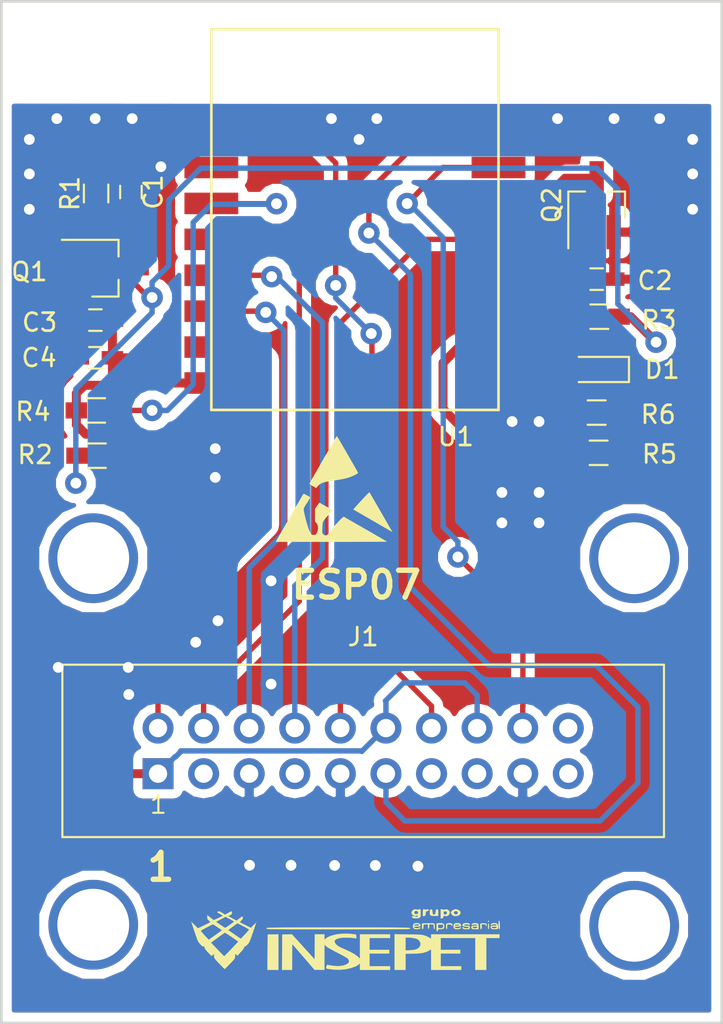
<source format=kicad_pcb>
(kicad_pcb (version 4) (host pcbnew 4.0.6)

  (general
    (links 38)
    (no_connects 0)
    (area 124.946 93.194999 173.844001 150.235001)
    (thickness 1.6)
    (drawings 8)
    (tracks 312)
    (zones 0)
    (modules 21)
    (nets 27)
  )

  (page A4)
  (layers
    (0 F.Cu signal)
    (31 B.Cu signal)
    (32 B.Adhes user hide)
    (33 F.Adhes user hide)
    (34 B.Paste user hide)
    (35 F.Paste user hide)
    (36 B.SilkS user)
    (37 F.SilkS user)
    (38 B.Mask user)
    (39 F.Mask user)
    (40 Dwgs.User user hide)
    (41 Cmts.User user hide)
    (42 Eco1.User user hide)
    (43 Eco2.User user hide)
    (44 Edge.Cuts user)
    (45 Margin user hide)
    (46 B.CrtYd user hide)
    (47 F.CrtYd user hide)
    (48 B.Fab user hide)
    (49 F.Fab user hide)
  )

  (setup
    (last_trace_width 0.5)
    (trace_clearance 0.254)
    (zone_clearance 0.508)
    (zone_45_only no)
    (trace_min 0.254)
    (segment_width 0.2)
    (edge_width 0.15)
    (via_size 1.2)
    (via_drill 0.6)
    (via_min_size 0.8)
    (via_min_drill 0.4)
    (uvia_size 0.3)
    (uvia_drill 0.1)
    (uvias_allowed no)
    (uvia_min_size 0.2)
    (uvia_min_drill 0.1)
    (pcb_text_width 0.3)
    (pcb_text_size 1.5 1.5)
    (mod_edge_width 0.15)
    (mod_text_size 1 1)
    (mod_text_width 0.15)
    (pad_size 5 5)
    (pad_drill 4)
    (pad_to_mask_clearance 0.2)
    (aux_axis_origin 0 0)
    (visible_elements 7FFFFFFF)
    (pcbplotparams
      (layerselection 0x010f0_80000001)
      (usegerberextensions false)
      (excludeedgelayer true)
      (linewidth 0.100000)
      (plotframeref false)
      (viasonmask false)
      (mode 1)
      (useauxorigin false)
      (hpglpennumber 1)
      (hpglpenspeed 20)
      (hpglpendiameter 15)
      (hpglpenoverlay 2)
      (psnegative false)
      (psa4output false)
      (plotreference true)
      (plotvalue false)
      (plotinvisibletext false)
      (padsonsilk false)
      (subtractmaskfromsilk false)
      (outputformat 1)
      (mirror false)
      (drillshape 0)
      (scaleselection 1)
      (outputdirectory ""))
  )

  (net 0 "")
  (net 1 /RST)
  (net 2 GND)
  (net 3 "Net-(C2-Pad1)")
  (net 4 +3.3VP)
  (net 5 "Net-(D1-Pad2)")
  (net 6 "Net-(D1-Pad1)")
  (net 7 /JTMS)
  (net 8 "Net-(J1-Pad3)")
  (net 9 /JTCK)
  (net 10 /JTDO)
  (net 11 "Net-(J1-Pad7)")
  (net 12 /JTDI)
  (net 13 /NRESET)
  (net 14 /TX_COM)
  (net 15 "Net-(J1-Pad13)")
  (net 16 "Net-(J1-Pad15)")
  (net 17 /RX_COM)
  (net 18 "Net-(J1-Pad19)")
  (net 19 "Net-(J1-Pad20)")
  (net 20 "Net-(Q1-Pad1)")
  (net 21 "Net-(Q1-Pad3)")
  (net 22 /GPIO0)
  (net 23 "Net-(R4-Pad2)")
  (net 24 "Net-(R5-Pad1)")
  (net 25 "Net-(U1-Pad14)")
  (net 26 "Net-(U1-Pad2)")

  (net_class Default "Esta es la clase de red por defecto."
    (clearance 0.254)
    (trace_width 0.5)
    (via_dia 1.2)
    (via_drill 0.6)
    (uvia_dia 0.3)
    (uvia_drill 0.1)
    (add_net +3.3VP)
    (add_net /GPIO0)
    (add_net /JTCK)
    (add_net /JTDI)
    (add_net /JTDO)
    (add_net /JTMS)
    (add_net /NRESET)
    (add_net /RST)
    (add_net /RX_COM)
    (add_net /TX_COM)
    (add_net GND)
    (add_net "Net-(C2-Pad1)")
    (add_net "Net-(D1-Pad1)")
    (add_net "Net-(D1-Pad2)")
    (add_net "Net-(J1-Pad13)")
    (add_net "Net-(J1-Pad15)")
    (add_net "Net-(J1-Pad19)")
    (add_net "Net-(J1-Pad20)")
    (add_net "Net-(J1-Pad3)")
    (add_net "Net-(J1-Pad7)")
    (add_net "Net-(Q1-Pad1)")
    (add_net "Net-(Q1-Pad3)")
    (add_net "Net-(R4-Pad2)")
    (add_net "Net-(R5-Pad1)")
    (add_net "Net-(U1-Pad14)")
    (add_net "Net-(U1-Pad2)")
  )

  (module Mounting_Holes:MountingHole_3mm_Pad (layer F.Cu) (tedit 595FE4C0) (tstamp 595FE007)
    (at 164.59 144.75)
    (descr "Mounting Hole 3mm")
    (tags "mounting hole 3mm")
    (fp_text reference REF** (at 0.37 3.93) (layer F.SilkS) hide
      (effects (font (size 1 1) (thickness 0.15)))
    )
    (fp_text value MountingHole_3mm_Pad (at 0 4) (layer F.Fab)
      (effects (font (size 1 1) (thickness 0.15)))
    )
    (pad 1 thru_hole circle (at 0 0) (size 5 5) (drill 4) (layers *.Cu *.Mask))
  )

  (module Mounting_Holes:MountingHole_3mm_Pad (layer F.Cu) (tedit 595FE4C5) (tstamp 595FDFFB)
    (at 134.2 144.69)
    (descr "Mounting Hole 3mm")
    (tags "mounting hole 3mm")
    (fp_text reference REF** (at 0.44 4.12) (layer F.SilkS) hide
      (effects (font (size 1 1) (thickness 0.15)))
    )
    (fp_text value MountingHole_3mm_Pad (at 0 4) (layer F.Fab)
      (effects (font (size 1 1) (thickness 0.15)))
    )
    (pad 1 thru_hole circle (at 0.25 0) (size 5 5) (drill 4) (layers *.Cu *.Mask))
  )

  (module Connectors:IDC_Header_Straight_20pins (layer F.Cu) (tedit 0) (tstamp 595FC641)
    (at 138.06 136.28)
    (descr "20 pins through hole IDC header")
    (tags "IDC header socket VASCH")
    (path /596012A8)
    (fp_text reference J1 (at 11.43 -7.62) (layer F.SilkS)
      (effects (font (size 1 1) (thickness 0.15)))
    )
    (fp_text value CONN_02X10 (at 11.43 5.223) (layer F.Fab)
      (effects (font (size 1 1) (thickness 0.15)))
    )
    (fp_line (start -5.08 -5.82) (end 27.94 -5.82) (layer F.Fab) (width 0.1))
    (fp_line (start -4.54 -5.27) (end 27.38 -5.27) (layer F.Fab) (width 0.1))
    (fp_line (start -5.08 3.28) (end 27.94 3.28) (layer F.Fab) (width 0.1))
    (fp_line (start -4.54 2.73) (end 9.18 2.73) (layer F.Fab) (width 0.1))
    (fp_line (start 13.68 2.73) (end 27.38 2.73) (layer F.Fab) (width 0.1))
    (fp_line (start 9.18 2.73) (end 9.18 3.28) (layer F.Fab) (width 0.1))
    (fp_line (start 13.68 2.73) (end 13.68 3.28) (layer F.Fab) (width 0.1))
    (fp_line (start -5.08 -5.82) (end -5.08 3.28) (layer F.Fab) (width 0.1))
    (fp_line (start -4.54 -5.27) (end -4.54 2.73) (layer F.Fab) (width 0.1))
    (fp_line (start 27.94 -5.82) (end 27.94 3.28) (layer F.Fab) (width 0.1))
    (fp_line (start 27.38 -5.27) (end 27.38 2.73) (layer F.Fab) (width 0.1))
    (fp_line (start -5.08 -5.82) (end -4.54 -5.27) (layer F.Fab) (width 0.1))
    (fp_line (start 27.94 -5.82) (end 27.38 -5.27) (layer F.Fab) (width 0.1))
    (fp_line (start -5.08 3.28) (end -4.54 2.73) (layer F.Fab) (width 0.1))
    (fp_line (start 27.94 3.28) (end 27.38 2.73) (layer F.Fab) (width 0.1))
    (fp_line (start -5.58 -6.32) (end 28.44 -6.32) (layer F.CrtYd) (width 0.05))
    (fp_line (start 28.44 -6.32) (end 28.44 3.78) (layer F.CrtYd) (width 0.05))
    (fp_line (start 28.44 3.78) (end -5.58 3.78) (layer F.CrtYd) (width 0.05))
    (fp_line (start -5.58 3.78) (end -5.58 -6.32) (layer F.CrtYd) (width 0.05))
    (fp_text user 1 (at 0.02 1.72) (layer F.SilkS)
      (effects (font (size 1 1) (thickness 0.12)))
    )
    (fp_line (start -5.33 -6.07) (end 28.19 -6.07) (layer F.SilkS) (width 0.12))
    (fp_line (start 28.19 -6.07) (end 28.19 3.53) (layer F.SilkS) (width 0.12))
    (fp_line (start 28.19 3.53) (end -5.33 3.53) (layer F.SilkS) (width 0.12))
    (fp_line (start -5.33 3.53) (end -5.33 -6.07) (layer F.SilkS) (width 0.12))
    (pad 1 thru_hole rect (at 0 0) (size 1.7272 1.7272) (drill 1.016) (layers *.Cu *.Mask)
      (net 4 +3.3VP))
    (pad 2 thru_hole oval (at 0 -2.54) (size 1.7272 1.7272) (drill 1.016) (layers *.Cu *.Mask)
      (net 7 /JTMS))
    (pad 3 thru_hole oval (at 2.54 0) (size 1.7272 1.7272) (drill 1.016) (layers *.Cu *.Mask)
      (net 8 "Net-(J1-Pad3)"))
    (pad 4 thru_hole oval (at 2.54 -2.54) (size 1.7272 1.7272) (drill 1.016) (layers *.Cu *.Mask)
      (net 9 /JTCK))
    (pad 5 thru_hole oval (at 5.08 0) (size 1.7272 1.7272) (drill 1.016) (layers *.Cu *.Mask)
      (net 2 GND))
    (pad 6 thru_hole oval (at 5.08 -2.54) (size 1.7272 1.7272) (drill 1.016) (layers *.Cu *.Mask)
      (net 10 /JTDO))
    (pad 7 thru_hole oval (at 7.62 0) (size 1.7272 1.7272) (drill 1.016) (layers *.Cu *.Mask)
      (net 11 "Net-(J1-Pad7)"))
    (pad 8 thru_hole oval (at 7.62 -2.54) (size 1.7272 1.7272) (drill 1.016) (layers *.Cu *.Mask)
      (net 12 /JTDI))
    (pad 9 thru_hole oval (at 10.16 0) (size 1.7272 1.7272) (drill 1.016) (layers *.Cu *.Mask)
      (net 2 GND))
    (pad 10 thru_hole oval (at 10.16 -2.54) (size 1.7272 1.7272) (drill 1.016) (layers *.Cu *.Mask)
      (net 13 /NRESET))
    (pad 11 thru_hole oval (at 12.7 0) (size 1.7272 1.7272) (drill 1.016) (layers *.Cu *.Mask)
      (net 14 /TX_COM))
    (pad 12 thru_hole oval (at 12.7 -2.54) (size 1.7272 1.7272) (drill 1.016) (layers *.Cu *.Mask)
      (net 4 +3.3VP))
    (pad 13 thru_hole oval (at 15.24 0) (size 1.7272 1.7272) (drill 1.016) (layers *.Cu *.Mask)
      (net 15 "Net-(J1-Pad13)"))
    (pad 14 thru_hole oval (at 15.24 -2.54) (size 1.7272 1.7272) (drill 1.016) (layers *.Cu *.Mask)
      (net 1 /RST))
    (pad 15 thru_hole oval (at 17.78 0) (size 1.7272 1.7272) (drill 1.016) (layers *.Cu *.Mask)
      (net 16 "Net-(J1-Pad15)"))
    (pad 16 thru_hole oval (at 17.78 -2.54) (size 1.7272 1.7272) (drill 1.016) (layers *.Cu *.Mask)
      (net 4 +3.3VP))
    (pad 17 thru_hole oval (at 20.32 0) (size 1.7272 1.7272) (drill 1.016) (layers *.Cu *.Mask)
      (net 2 GND))
    (pad 18 thru_hole oval (at 20.32 -2.54) (size 1.7272 1.7272) (drill 1.016) (layers *.Cu *.Mask)
      (net 17 /RX_COM))
    (pad 19 thru_hole oval (at 22.86 0) (size 1.7272 1.7272) (drill 1.016) (layers *.Cu *.Mask)
      (net 18 "Net-(J1-Pad19)"))
    (pad 20 thru_hole oval (at 22.86 -2.54) (size 1.7272 1.7272) (drill 1.016) (layers *.Cu *.Mask)
      (net 19 "Net-(J1-Pad20)"))
  )

  (module wifi:Wifi (layer F.Cu) (tedit 595FC41B) (tstamp 595FC687)
    (at 148.5011 105.0036)
    (path /595FB6F1)
    (fp_text reference U1 (at 6.1489 12.5164) (layer F.SilkS)
      (effects (font (size 1 1) (thickness 0.15)))
    )
    (fp_text value Wifi (at 6.09 13.05) (layer F.Fab)
      (effects (font (size 1 1) (thickness 0.15)))
    )
    (fp_line (start -7.47 11.02) (end 8.53 11.02) (layer F.SilkS) (width 0.15))
    (fp_line (start -7.47 -10.18) (end 8.53 -10.18) (layer F.SilkS) (width 0.15))
    (fp_line (start 8.53 11.02) (end 8.53 -10.18) (layer F.SilkS) (width 0.15))
    (fp_line (start -7.47 11.02) (end -7.47 -10.18) (layer F.SilkS) (width 0.15))
    (pad 8 smd rect (at -7.47 9.52) (size 3 1.2) (layers F.Cu F.Paste F.Mask)
      (net 4 +3.3VP))
    (pad 9 smd rect (at 8.53 9.52) (size 3 1.2) (layers F.Cu F.Paste F.Mask)
      (net 2 GND))
    (pad 7 smd rect (at -7.47 7.52) (size 3 1.2) (layers F.Cu F.Paste F.Mask)
      (net 7 /JTMS))
    (pad 10 smd rect (at 8.53 7.52) (size 3 1.2) (layers F.Cu F.Paste F.Mask)
      (net 24 "Net-(R5-Pad1)"))
    (pad 6 smd rect (at -7.47 5.52) (size 3 1.2) (layers F.Cu F.Paste F.Mask)
      (net 10 /JTDO))
    (pad 11 smd rect (at 8.53 5.52) (size 3 1.2) (layers F.Cu F.Paste F.Mask)
      (net 5 "Net-(D1-Pad2)"))
    (pad 5 smd rect (at -7.47 3.52) (size 3 1.2) (layers F.Cu F.Paste F.Mask)
      (net 12 /JTDI))
    (pad 12 smd rect (at 8.53 3.52) (size 3 1.2) (layers F.Cu F.Paste F.Mask)
      (net 22 /GPIO0))
    (pad 4 smd rect (at -7.47 1.52) (size 3 1.2) (layers F.Cu F.Paste F.Mask)
      (net 9 /JTCK))
    (pad 13 smd rect (at 8.53 1.52) (size 3 1.2) (layers F.Cu F.Paste F.Mask)
      (net 13 /NRESET))
    (pad 3 smd rect (at -7.47 -0.48) (size 3 1.2) (layers F.Cu F.Paste F.Mask)
      (net 23 "Net-(R4-Pad2)"))
    (pad 14 smd rect (at 8.53 -0.48) (size 3 1.2) (layers F.Cu F.Paste F.Mask)
      (net 25 "Net-(U1-Pad14)"))
    (pad 2 smd rect (at -7.47 -2.48) (size 3 1.2) (layers F.Cu F.Paste F.Mask)
      (net 26 "Net-(U1-Pad2)"))
    (pad 15 smd rect (at 8.53 -2.48) (size 3 1.2) (layers F.Cu F.Paste F.Mask)
      (net 17 /RX_COM))
    (pad 1 smd rect (at -7.47 -4.48) (size 3 1.2) (layers F.Cu F.Paste F.Mask)
      (net 1 /RST))
    (pad 16 smd rect (at 8.53 -4.48) (size 3 1.2) (layers F.Cu F.Paste F.Mask)
      (net 14 /TX_COM))
  )

  (module Mounting_Holes:MountingHole_3mm_Pad (layer F.Cu) (tedit 595FE4CE) (tstamp 595FCA38)
    (at 164.59 124.28)
    (descr "Mounting Hole 3mm")
    (tags "mounting hole 3mm")
    (fp_text reference REF** (at -0.05 4.35) (layer F.SilkS) hide
      (effects (font (size 1 1) (thickness 0.15)))
    )
    (fp_text value MountingHole_3mm_Pad (at 0 4) (layer F.Fab)
      (effects (font (size 1 1) (thickness 0.15)))
    )
    (pad 1 thru_hole circle (at 0 0) (size 5 5) (drill 4) (layers *.Cu *.Mask))
  )

  (module Mounting_Holes:MountingHole_3mm_Pad (layer F.Cu) (tedit 595FE4CA) (tstamp 595FC731)
    (at 134.45 124.28)
    (descr "Mounting Hole 3mm")
    (tags "mounting hole 3mm")
    (fp_text reference REF** (at -1.79 4.01) (layer F.SilkS) hide
      (effects (font (size 1 1) (thickness 0.15)))
    )
    (fp_text value MountingHole_3mm_Pad (at 0 4) (layer F.Fab)
      (effects (font (size 1 1) (thickness 0.15)))
    )
    (pad 1 thru_hole circle (at 0 0) (size 5 5) (drill 4) (layers *.Cu *.Mask))
  )

  (module Capacitors_SMD:C_0603_HandSoldering (layer F.Cu) (tedit 58AA848B) (tstamp 595FC611)
    (at 136.55 103.89 270)
    (descr "Capacitor SMD 0603, hand soldering")
    (tags "capacitor 0603")
    (path /595FDBF1)
    (attr smd)
    (fp_text reference C1 (at 0 -1.25 270) (layer F.SilkS)
      (effects (font (size 1 1) (thickness 0.15)))
    )
    (fp_text value 0.1uF (at 0 1.5 270) (layer F.Fab)
      (effects (font (size 1 1) (thickness 0.15)))
    )
    (fp_text user %R (at 0 -1.25 270) (layer F.Fab)
      (effects (font (size 1 1) (thickness 0.15)))
    )
    (fp_line (start -0.8 0.4) (end -0.8 -0.4) (layer F.Fab) (width 0.1))
    (fp_line (start 0.8 0.4) (end -0.8 0.4) (layer F.Fab) (width 0.1))
    (fp_line (start 0.8 -0.4) (end 0.8 0.4) (layer F.Fab) (width 0.1))
    (fp_line (start -0.8 -0.4) (end 0.8 -0.4) (layer F.Fab) (width 0.1))
    (fp_line (start -0.35 -0.6) (end 0.35 -0.6) (layer F.SilkS) (width 0.12))
    (fp_line (start 0.35 0.6) (end -0.35 0.6) (layer F.SilkS) (width 0.12))
    (fp_line (start -1.8 -0.65) (end 1.8 -0.65) (layer F.CrtYd) (width 0.05))
    (fp_line (start -1.8 -0.65) (end -1.8 0.65) (layer F.CrtYd) (width 0.05))
    (fp_line (start 1.8 0.65) (end 1.8 -0.65) (layer F.CrtYd) (width 0.05))
    (fp_line (start 1.8 0.65) (end -1.8 0.65) (layer F.CrtYd) (width 0.05))
    (pad 1 smd rect (at -0.95 0 270) (size 1.2 0.75) (layers F.Cu F.Paste F.Mask)
      (net 1 /RST))
    (pad 2 smd rect (at 0.95 0 270) (size 1.2 0.75) (layers F.Cu F.Paste F.Mask)
      (net 2 GND))
    (model Capacitors_SMD.3dshapes/C_0603.wrl
      (at (xyz 0 0 0))
      (scale (xyz 1 1 1))
      (rotate (xyz 0 0 0))
    )
  )

  (module Capacitors_SMD:C_0603_HandSoldering (layer F.Cu) (tedit 595FC98C) (tstamp 595FC617)
    (at 162.5 108.74)
    (descr "Capacitor SMD 0603, hand soldering")
    (tags "capacitor 0603")
    (path /595FD992)
    (attr smd)
    (fp_text reference C2 (at 3.25 0.08) (layer F.SilkS)
      (effects (font (size 1 1) (thickness 0.15)))
    )
    (fp_text value 2.2uF (at 0 1.5) (layer F.Fab)
      (effects (font (size 1 1) (thickness 0.15)))
    )
    (fp_text user %R (at 0 -1.25) (layer F.Fab)
      (effects (font (size 1 1) (thickness 0.15)))
    )
    (fp_line (start -0.8 0.4) (end -0.8 -0.4) (layer F.Fab) (width 0.1))
    (fp_line (start 0.8 0.4) (end -0.8 0.4) (layer F.Fab) (width 0.1))
    (fp_line (start 0.8 -0.4) (end 0.8 0.4) (layer F.Fab) (width 0.1))
    (fp_line (start -0.8 -0.4) (end 0.8 -0.4) (layer F.Fab) (width 0.1))
    (fp_line (start -0.35 -0.6) (end 0.35 -0.6) (layer F.SilkS) (width 0.12))
    (fp_line (start 0.35 0.6) (end -0.35 0.6) (layer F.SilkS) (width 0.12))
    (fp_line (start -1.8 -0.65) (end 1.8 -0.65) (layer F.CrtYd) (width 0.05))
    (fp_line (start -1.8 -0.65) (end -1.8 0.65) (layer F.CrtYd) (width 0.05))
    (fp_line (start 1.8 0.65) (end 1.8 -0.65) (layer F.CrtYd) (width 0.05))
    (fp_line (start 1.8 0.65) (end -1.8 0.65) (layer F.CrtYd) (width 0.05))
    (pad 1 smd rect (at -0.95 0) (size 1.2 0.75) (layers F.Cu F.Paste F.Mask)
      (net 3 "Net-(C2-Pad1)"))
    (pad 2 smd rect (at 0.95 0) (size 1.2 0.75) (layers F.Cu F.Paste F.Mask)
      (net 2 GND))
    (model Capacitors_SMD.3dshapes/C_0603.wrl
      (at (xyz 0 0 0))
      (scale (xyz 1 1 1))
      (rotate (xyz 0 0 0))
    )
  )

  (module Capacitors_SMD:C_0603_HandSoldering (layer F.Cu) (tedit 58AA848B) (tstamp 595FC61D)
    (at 134.57 111.02 180)
    (descr "Capacitor SMD 0603, hand soldering")
    (tags "capacitor 0603")
    (path /595FB285)
    (attr smd)
    (fp_text reference C3 (at 3.11 -0.13 180) (layer F.SilkS)
      (effects (font (size 1 1) (thickness 0.15)))
    )
    (fp_text value 10nF (at 0 1.5 180) (layer F.Fab)
      (effects (font (size 1 1) (thickness 0.15)))
    )
    (fp_text user %R (at 0 -1.25 180) (layer F.Fab)
      (effects (font (size 1 1) (thickness 0.15)))
    )
    (fp_line (start -0.8 0.4) (end -0.8 -0.4) (layer F.Fab) (width 0.1))
    (fp_line (start 0.8 0.4) (end -0.8 0.4) (layer F.Fab) (width 0.1))
    (fp_line (start 0.8 -0.4) (end 0.8 0.4) (layer F.Fab) (width 0.1))
    (fp_line (start -0.8 -0.4) (end 0.8 -0.4) (layer F.Fab) (width 0.1))
    (fp_line (start -0.35 -0.6) (end 0.35 -0.6) (layer F.SilkS) (width 0.12))
    (fp_line (start 0.35 0.6) (end -0.35 0.6) (layer F.SilkS) (width 0.12))
    (fp_line (start -1.8 -0.65) (end 1.8 -0.65) (layer F.CrtYd) (width 0.05))
    (fp_line (start -1.8 -0.65) (end -1.8 0.65) (layer F.CrtYd) (width 0.05))
    (fp_line (start 1.8 0.65) (end 1.8 -0.65) (layer F.CrtYd) (width 0.05))
    (fp_line (start 1.8 0.65) (end -1.8 0.65) (layer F.CrtYd) (width 0.05))
    (pad 1 smd rect (at -0.95 0 180) (size 1.2 0.75) (layers F.Cu F.Paste F.Mask)
      (net 4 +3.3VP))
    (pad 2 smd rect (at 0.95 0 180) (size 1.2 0.75) (layers F.Cu F.Paste F.Mask)
      (net 2 GND))
    (model Capacitors_SMD.3dshapes/C_0603.wrl
      (at (xyz 0 0 0))
      (scale (xyz 1 1 1))
      (rotate (xyz 0 0 0))
    )
  )

  (module Capacitors_SMD:C_0603_HandSoldering (layer F.Cu) (tedit 58AA848B) (tstamp 595FC623)
    (at 134.57 113.12 180)
    (descr "Capacitor SMD 0603, hand soldering")
    (tags "capacitor 0603")
    (path /595FB507)
    (attr smd)
    (fp_text reference C4 (at 3.14 0 180) (layer F.SilkS)
      (effects (font (size 1 1) (thickness 0.15)))
    )
    (fp_text value 10uF (at 0 1.5 180) (layer F.Fab)
      (effects (font (size 1 1) (thickness 0.15)))
    )
    (fp_text user %R (at 0 -1.25 180) (layer F.Fab)
      (effects (font (size 1 1) (thickness 0.15)))
    )
    (fp_line (start -0.8 0.4) (end -0.8 -0.4) (layer F.Fab) (width 0.1))
    (fp_line (start 0.8 0.4) (end -0.8 0.4) (layer F.Fab) (width 0.1))
    (fp_line (start 0.8 -0.4) (end 0.8 0.4) (layer F.Fab) (width 0.1))
    (fp_line (start -0.8 -0.4) (end 0.8 -0.4) (layer F.Fab) (width 0.1))
    (fp_line (start -0.35 -0.6) (end 0.35 -0.6) (layer F.SilkS) (width 0.12))
    (fp_line (start 0.35 0.6) (end -0.35 0.6) (layer F.SilkS) (width 0.12))
    (fp_line (start -1.8 -0.65) (end 1.8 -0.65) (layer F.CrtYd) (width 0.05))
    (fp_line (start -1.8 -0.65) (end -1.8 0.65) (layer F.CrtYd) (width 0.05))
    (fp_line (start 1.8 0.65) (end 1.8 -0.65) (layer F.CrtYd) (width 0.05))
    (fp_line (start 1.8 0.65) (end -1.8 0.65) (layer F.CrtYd) (width 0.05))
    (pad 1 smd rect (at -0.95 0 180) (size 1.2 0.75) (layers F.Cu F.Paste F.Mask)
      (net 4 +3.3VP))
    (pad 2 smd rect (at 0.95 0 180) (size 1.2 0.75) (layers F.Cu F.Paste F.Mask)
      (net 2 GND))
    (model Capacitors_SMD.3dshapes/C_0603.wrl
      (at (xyz 0 0 0))
      (scale (xyz 1 1 1))
      (rotate (xyz 0 0 0))
    )
  )

  (module LEDs:LED_0805 (layer F.Cu) (tedit 595FC9A9) (tstamp 595FC629)
    (at 162.5 113.77 180)
    (descr "LED 0805 smd package")
    (tags "LED led 0805 SMD smd SMT smt smdled SMDLED smtled SMTLED")
    (path /595FCE01)
    (attr smd)
    (fp_text reference D1 (at -3.65 0 180) (layer F.SilkS)
      (effects (font (size 1 1) (thickness 0.15)))
    )
    (fp_text value Desp1 (at 0 1.55 180) (layer F.Fab)
      (effects (font (size 1 1) (thickness 0.15)))
    )
    (fp_line (start -1.8 -0.7) (end -1.8 0.7) (layer F.SilkS) (width 0.12))
    (fp_line (start -0.4 -0.4) (end -0.4 0.4) (layer F.Fab) (width 0.1))
    (fp_line (start -0.4 0) (end 0.2 -0.4) (layer F.Fab) (width 0.1))
    (fp_line (start 0.2 0.4) (end -0.4 0) (layer F.Fab) (width 0.1))
    (fp_line (start 0.2 -0.4) (end 0.2 0.4) (layer F.Fab) (width 0.1))
    (fp_line (start 1 0.6) (end -1 0.6) (layer F.Fab) (width 0.1))
    (fp_line (start 1 -0.6) (end 1 0.6) (layer F.Fab) (width 0.1))
    (fp_line (start -1 -0.6) (end 1 -0.6) (layer F.Fab) (width 0.1))
    (fp_line (start -1 0.6) (end -1 -0.6) (layer F.Fab) (width 0.1))
    (fp_line (start -1.8 0.7) (end 1 0.7) (layer F.SilkS) (width 0.12))
    (fp_line (start -1.8 -0.7) (end 1 -0.7) (layer F.SilkS) (width 0.12))
    (fp_line (start 1.95 -0.85) (end 1.95 0.85) (layer F.CrtYd) (width 0.05))
    (fp_line (start 1.95 0.85) (end -1.95 0.85) (layer F.CrtYd) (width 0.05))
    (fp_line (start -1.95 0.85) (end -1.95 -0.85) (layer F.CrtYd) (width 0.05))
    (fp_line (start -1.95 -0.85) (end 1.95 -0.85) (layer F.CrtYd) (width 0.05))
    (pad 2 smd rect (at 1.1 0) (size 1.2 1.2) (layers F.Cu F.Paste F.Mask)
      (net 5 "Net-(D1-Pad2)"))
    (pad 1 smd rect (at -1.1 0) (size 1.2 1.2) (layers F.Cu F.Paste F.Mask)
      (net 6 "Net-(D1-Pad1)"))
    (model LEDs.3dshapes/LED_0805.wrl
      (at (xyz 0 0 0))
      (scale (xyz 1 1 1))
      (rotate (xyz 0 0 180))
    )
  )

  (module TO_SOT_Packages_SMD:SOT-23_Handsoldering (layer F.Cu) (tedit 58CE4E7E) (tstamp 595FC648)
    (at 135.1 108.13)
    (descr "SOT-23, Handsoldering")
    (tags SOT-23)
    (path /595FCDA8)
    (attr smd)
    (fp_text reference Q1 (at -4.21 0.2) (layer F.SilkS)
      (effects (font (size 1 1) (thickness 0.15)))
    )
    (fp_text value MMBT2222L (at 0 2.5) (layer F.Fab)
      (effects (font (size 1 1) (thickness 0.15)))
    )
    (fp_text user %R (at 0 0) (layer F.Fab)
      (effects (font (size 0.5 0.5) (thickness 0.075)))
    )
    (fp_line (start 0.76 1.58) (end 0.76 0.65) (layer F.SilkS) (width 0.12))
    (fp_line (start 0.76 -1.58) (end 0.76 -0.65) (layer F.SilkS) (width 0.12))
    (fp_line (start -2.7 -1.75) (end 2.7 -1.75) (layer F.CrtYd) (width 0.05))
    (fp_line (start 2.7 -1.75) (end 2.7 1.75) (layer F.CrtYd) (width 0.05))
    (fp_line (start 2.7 1.75) (end -2.7 1.75) (layer F.CrtYd) (width 0.05))
    (fp_line (start -2.7 1.75) (end -2.7 -1.75) (layer F.CrtYd) (width 0.05))
    (fp_line (start 0.76 -1.58) (end -2.4 -1.58) (layer F.SilkS) (width 0.12))
    (fp_line (start -0.7 -0.95) (end -0.7 1.5) (layer F.Fab) (width 0.1))
    (fp_line (start -0.15 -1.52) (end 0.7 -1.52) (layer F.Fab) (width 0.1))
    (fp_line (start -0.7 -0.95) (end -0.15 -1.52) (layer F.Fab) (width 0.1))
    (fp_line (start 0.7 -1.52) (end 0.7 1.52) (layer F.Fab) (width 0.1))
    (fp_line (start -0.7 1.52) (end 0.7 1.52) (layer F.Fab) (width 0.1))
    (fp_line (start 0.76 1.58) (end -0.7 1.58) (layer F.SilkS) (width 0.12))
    (pad 1 smd rect (at -1.5 -0.95) (size 1.9 0.8) (layers F.Cu F.Paste F.Mask)
      (net 20 "Net-(Q1-Pad1)"))
    (pad 2 smd rect (at -1.5 0.95) (size 1.9 0.8) (layers F.Cu F.Paste F.Mask)
      (net 2 GND))
    (pad 3 smd rect (at 1.5 0) (size 1.9 0.8) (layers F.Cu F.Paste F.Mask)
      (net 21 "Net-(Q1-Pad3)"))
    (model ${KISYS3DMOD}/TO_SOT_Packages_SMD.3dshapes\SOT-23.wrl
      (at (xyz 0 0 0))
      (scale (xyz 1 1 1))
      (rotate (xyz 0 0 0))
    )
  )

  (module TO_SOT_Packages_SMD:SOT-23_Handsoldering (layer F.Cu) (tedit 58CE4E7E) (tstamp 595FC64F)
    (at 162.5 104.62 90)
    (descr "SOT-23, Handsoldering")
    (tags SOT-23)
    (path /595FCE44)
    (attr smd)
    (fp_text reference Q2 (at 0 -2.5 90) (layer F.SilkS)
      (effects (font (size 1 1) (thickness 0.15)))
    )
    (fp_text value MMBT2222L (at 0 2.5 90) (layer F.Fab)
      (effects (font (size 1 1) (thickness 0.15)))
    )
    (fp_text user %R (at 0 0 90) (layer F.Fab)
      (effects (font (size 0.5 0.5) (thickness 0.075)))
    )
    (fp_line (start 0.76 1.58) (end 0.76 0.65) (layer F.SilkS) (width 0.12))
    (fp_line (start 0.76 -1.58) (end 0.76 -0.65) (layer F.SilkS) (width 0.12))
    (fp_line (start -2.7 -1.75) (end 2.7 -1.75) (layer F.CrtYd) (width 0.05))
    (fp_line (start 2.7 -1.75) (end 2.7 1.75) (layer F.CrtYd) (width 0.05))
    (fp_line (start 2.7 1.75) (end -2.7 1.75) (layer F.CrtYd) (width 0.05))
    (fp_line (start -2.7 1.75) (end -2.7 -1.75) (layer F.CrtYd) (width 0.05))
    (fp_line (start 0.76 -1.58) (end -2.4 -1.58) (layer F.SilkS) (width 0.12))
    (fp_line (start -0.7 -0.95) (end -0.7 1.5) (layer F.Fab) (width 0.1))
    (fp_line (start -0.15 -1.52) (end 0.7 -1.52) (layer F.Fab) (width 0.1))
    (fp_line (start -0.7 -0.95) (end -0.15 -1.52) (layer F.Fab) (width 0.1))
    (fp_line (start 0.7 -1.52) (end 0.7 1.52) (layer F.Fab) (width 0.1))
    (fp_line (start -0.7 1.52) (end 0.7 1.52) (layer F.Fab) (width 0.1))
    (fp_line (start 0.76 1.58) (end -0.7 1.58) (layer F.SilkS) (width 0.12))
    (pad 1 smd rect (at -1.5 -0.95 90) (size 1.9 0.8) (layers F.Cu F.Paste F.Mask)
      (net 3 "Net-(C2-Pad1)"))
    (pad 2 smd rect (at -1.5 0.95 90) (size 1.9 0.8) (layers F.Cu F.Paste F.Mask)
      (net 2 GND))
    (pad 3 smd rect (at 1.5 0 90) (size 1.9 0.8) (layers F.Cu F.Paste F.Mask)
      (net 22 /GPIO0))
    (model ${KISYS3DMOD}/TO_SOT_Packages_SMD.3dshapes\SOT-23.wrl
      (at (xyz 0 0 0))
      (scale (xyz 1 1 1))
      (rotate (xyz 0 0 0))
    )
  )

  (module Resistors_SMD:R_0603_HandSoldering (layer F.Cu) (tedit 58E0A804) (tstamp 595FC655)
    (at 134.61 103.97 90)
    (descr "Resistor SMD 0603, hand soldering")
    (tags "resistor 0603")
    (path /595FCF02)
    (attr smd)
    (fp_text reference R1 (at 0 -1.45 90) (layer F.SilkS)
      (effects (font (size 1 1) (thickness 0.15)))
    )
    (fp_text value 1K (at 0 1.55 90) (layer F.Fab)
      (effects (font (size 1 1) (thickness 0.15)))
    )
    (fp_text user %R (at 0 0 90) (layer F.Fab)
      (effects (font (size 0.5 0.5) (thickness 0.075)))
    )
    (fp_line (start -0.8 0.4) (end -0.8 -0.4) (layer F.Fab) (width 0.1))
    (fp_line (start 0.8 0.4) (end -0.8 0.4) (layer F.Fab) (width 0.1))
    (fp_line (start 0.8 -0.4) (end 0.8 0.4) (layer F.Fab) (width 0.1))
    (fp_line (start -0.8 -0.4) (end 0.8 -0.4) (layer F.Fab) (width 0.1))
    (fp_line (start 0.5 0.68) (end -0.5 0.68) (layer F.SilkS) (width 0.12))
    (fp_line (start -0.5 -0.68) (end 0.5 -0.68) (layer F.SilkS) (width 0.12))
    (fp_line (start -1.96 -0.7) (end 1.95 -0.7) (layer F.CrtYd) (width 0.05))
    (fp_line (start -1.96 -0.7) (end -1.96 0.7) (layer F.CrtYd) (width 0.05))
    (fp_line (start 1.95 0.7) (end 1.95 -0.7) (layer F.CrtYd) (width 0.05))
    (fp_line (start 1.95 0.7) (end -1.96 0.7) (layer F.CrtYd) (width 0.05))
    (pad 1 smd rect (at -1.1 0 90) (size 1.2 0.9) (layers F.Cu F.Paste F.Mask)
      (net 20 "Net-(Q1-Pad1)"))
    (pad 2 smd rect (at 1.1 0 90) (size 1.2 0.9) (layers F.Cu F.Paste F.Mask)
      (net 1 /RST))
    (model ${KISYS3DMOD}/Resistors_SMD.3dshapes/R_0603.wrl
      (at (xyz 0 0 0))
      (scale (xyz 1 1 1))
      (rotate (xyz 0 0 0))
    )
  )

  (module Resistors_SMD:R_0603_HandSoldering (layer F.Cu) (tedit 595FC945) (tstamp 595FC65B)
    (at 134.65 118.57 180)
    (descr "Resistor SMD 0603, hand soldering")
    (tags "resistor 0603")
    (path /595FD03A)
    (attr smd)
    (fp_text reference R2 (at 3.44 0.05 180) (layer F.SilkS)
      (effects (font (size 1 1) (thickness 0.15)))
    )
    (fp_text value 470K (at 0 1.55 180) (layer F.Fab)
      (effects (font (size 1 1) (thickness 0.15)))
    )
    (fp_text user %R (at 0 0 180) (layer F.Fab)
      (effects (font (size 0.5 0.5) (thickness 0.075)))
    )
    (fp_line (start -0.8 0.4) (end -0.8 -0.4) (layer F.Fab) (width 0.1))
    (fp_line (start 0.8 0.4) (end -0.8 0.4) (layer F.Fab) (width 0.1))
    (fp_line (start 0.8 -0.4) (end 0.8 0.4) (layer F.Fab) (width 0.1))
    (fp_line (start -0.8 -0.4) (end 0.8 -0.4) (layer F.Fab) (width 0.1))
    (fp_line (start 0.5 0.68) (end -0.5 0.68) (layer F.SilkS) (width 0.12))
    (fp_line (start -0.5 -0.68) (end 0.5 -0.68) (layer F.SilkS) (width 0.12))
    (fp_line (start -1.96 -0.7) (end 1.95 -0.7) (layer F.CrtYd) (width 0.05))
    (fp_line (start -1.96 -0.7) (end -1.96 0.7) (layer F.CrtYd) (width 0.05))
    (fp_line (start 1.95 0.7) (end 1.95 -0.7) (layer F.CrtYd) (width 0.05))
    (fp_line (start 1.95 0.7) (end -1.96 0.7) (layer F.CrtYd) (width 0.05))
    (pad 1 smd rect (at -1.1 0 180) (size 1.2 0.9) (layers F.Cu F.Paste F.Mask)
      (net 4 +3.3VP))
    (pad 2 smd rect (at 1.1 0 180) (size 1.2 0.9) (layers F.Cu F.Paste F.Mask)
      (net 21 "Net-(Q1-Pad3)"))
    (model ${KISYS3DMOD}/Resistors_SMD.3dshapes/R_0603.wrl
      (at (xyz 0 0 0))
      (scale (xyz 1 1 1))
      (rotate (xyz 0 0 0))
    )
  )

  (module Resistors_SMD:R_0603_HandSoldering (layer F.Cu) (tedit 595FC98A) (tstamp 595FC661)
    (at 162.65 110.83)
    (descr "Resistor SMD 0603, hand soldering")
    (tags "resistor 0603")
    (path /595FCF7E)
    (attr smd)
    (fp_text reference R3 (at 3.32 0.19) (layer F.SilkS)
      (effects (font (size 1 1) (thickness 0.15)))
    )
    (fp_text value 100K (at 0 1.55) (layer F.Fab)
      (effects (font (size 1 1) (thickness 0.15)))
    )
    (fp_text user %R (at 0 0) (layer F.Fab)
      (effects (font (size 0.5 0.5) (thickness 0.075)))
    )
    (fp_line (start -0.8 0.4) (end -0.8 -0.4) (layer F.Fab) (width 0.1))
    (fp_line (start 0.8 0.4) (end -0.8 0.4) (layer F.Fab) (width 0.1))
    (fp_line (start 0.8 -0.4) (end 0.8 0.4) (layer F.Fab) (width 0.1))
    (fp_line (start -0.8 -0.4) (end 0.8 -0.4) (layer F.Fab) (width 0.1))
    (fp_line (start 0.5 0.68) (end -0.5 0.68) (layer F.SilkS) (width 0.12))
    (fp_line (start -0.5 -0.68) (end 0.5 -0.68) (layer F.SilkS) (width 0.12))
    (fp_line (start -1.96 -0.7) (end 1.95 -0.7) (layer F.CrtYd) (width 0.05))
    (fp_line (start -1.96 -0.7) (end -1.96 0.7) (layer F.CrtYd) (width 0.05))
    (fp_line (start 1.95 0.7) (end 1.95 -0.7) (layer F.CrtYd) (width 0.05))
    (fp_line (start 1.95 0.7) (end -1.96 0.7) (layer F.CrtYd) (width 0.05))
    (pad 1 smd rect (at -1.1 0) (size 1.2 0.9) (layers F.Cu F.Paste F.Mask)
      (net 3 "Net-(C2-Pad1)"))
    (pad 2 smd rect (at 1.1 0) (size 1.2 0.9) (layers F.Cu F.Paste F.Mask)
      (net 21 "Net-(Q1-Pad3)"))
    (model ${KISYS3DMOD}/Resistors_SMD.3dshapes/R_0603.wrl
      (at (xyz 0 0 0))
      (scale (xyz 1 1 1))
      (rotate (xyz 0 0 0))
    )
  )

  (module Resistors_SMD:R_0603_HandSoldering (layer F.Cu) (tedit 595FC942) (tstamp 595FC667)
    (at 134.61 116.05)
    (descr "Resistor SMD 0603, hand soldering")
    (tags "resistor 0603")
    (path /595FBB41)
    (attr smd)
    (fp_text reference R4 (at -3.52 0.07) (layer F.SilkS)
      (effects (font (size 1 1) (thickness 0.15)))
    )
    (fp_text value 47K (at 0 1.55) (layer F.Fab)
      (effects (font (size 1 1) (thickness 0.15)))
    )
    (fp_text user %R (at 0 0) (layer F.Fab)
      (effects (font (size 0.5 0.5) (thickness 0.075)))
    )
    (fp_line (start -0.8 0.4) (end -0.8 -0.4) (layer F.Fab) (width 0.1))
    (fp_line (start 0.8 0.4) (end -0.8 0.4) (layer F.Fab) (width 0.1))
    (fp_line (start 0.8 -0.4) (end 0.8 0.4) (layer F.Fab) (width 0.1))
    (fp_line (start -0.8 -0.4) (end 0.8 -0.4) (layer F.Fab) (width 0.1))
    (fp_line (start 0.5 0.68) (end -0.5 0.68) (layer F.SilkS) (width 0.12))
    (fp_line (start -0.5 -0.68) (end 0.5 -0.68) (layer F.SilkS) (width 0.12))
    (fp_line (start -1.96 -0.7) (end 1.95 -0.7) (layer F.CrtYd) (width 0.05))
    (fp_line (start -1.96 -0.7) (end -1.96 0.7) (layer F.CrtYd) (width 0.05))
    (fp_line (start 1.95 0.7) (end 1.95 -0.7) (layer F.CrtYd) (width 0.05))
    (fp_line (start 1.95 0.7) (end -1.96 0.7) (layer F.CrtYd) (width 0.05))
    (pad 1 smd rect (at -1.1 0) (size 1.2 0.9) (layers F.Cu F.Paste F.Mask)
      (net 4 +3.3VP))
    (pad 2 smd rect (at 1.1 0) (size 1.2 0.9) (layers F.Cu F.Paste F.Mask)
      (net 23 "Net-(R4-Pad2)"))
    (model ${KISYS3DMOD}/Resistors_SMD.3dshapes/R_0603.wrl
      (at (xyz 0 0 0))
      (scale (xyz 1 1 1))
      (rotate (xyz 0 0 0))
    )
  )

  (module Resistors_SMD:R_0603_HandSoldering (layer F.Cu) (tedit 595FC8EB) (tstamp 595FC66D)
    (at 162.61 118.41)
    (descr "Resistor SMD 0603, hand soldering")
    (tags "resistor 0603")
    (path /595FC9D8)
    (attr smd)
    (fp_text reference R5 (at 3.39 0.08) (layer F.SilkS)
      (effects (font (size 1 1) (thickness 0.15)))
    )
    (fp_text value 10K (at 0 1.55) (layer F.Fab)
      (effects (font (size 1 1) (thickness 0.15)))
    )
    (fp_text user %R (at 0 0) (layer F.Fab)
      (effects (font (size 0.5 0.5) (thickness 0.075)))
    )
    (fp_line (start -0.8 0.4) (end -0.8 -0.4) (layer F.Fab) (width 0.1))
    (fp_line (start 0.8 0.4) (end -0.8 0.4) (layer F.Fab) (width 0.1))
    (fp_line (start 0.8 -0.4) (end 0.8 0.4) (layer F.Fab) (width 0.1))
    (fp_line (start -0.8 -0.4) (end 0.8 -0.4) (layer F.Fab) (width 0.1))
    (fp_line (start 0.5 0.68) (end -0.5 0.68) (layer F.SilkS) (width 0.12))
    (fp_line (start -0.5 -0.68) (end 0.5 -0.68) (layer F.SilkS) (width 0.12))
    (fp_line (start -1.96 -0.7) (end 1.95 -0.7) (layer F.CrtYd) (width 0.05))
    (fp_line (start -1.96 -0.7) (end -1.96 0.7) (layer F.CrtYd) (width 0.05))
    (fp_line (start 1.95 0.7) (end 1.95 -0.7) (layer F.CrtYd) (width 0.05))
    (fp_line (start 1.95 0.7) (end -1.96 0.7) (layer F.CrtYd) (width 0.05))
    (pad 1 smd rect (at -1.1 0) (size 1.2 0.9) (layers F.Cu F.Paste F.Mask)
      (net 24 "Net-(R5-Pad1)"))
    (pad 2 smd rect (at 1.1 0) (size 1.2 0.9) (layers F.Cu F.Paste F.Mask)
      (net 2 GND))
    (model ${KISYS3DMOD}/Resistors_SMD.3dshapes/R_0603.wrl
      (at (xyz 0 0 0))
      (scale (xyz 1 1 1))
      (rotate (xyz 0 0 0))
    )
  )

  (module Resistors_SMD:R_0603_HandSoldering (layer F.Cu) (tedit 595FC9A6) (tstamp 595FC673)
    (at 162.5 116.17 180)
    (descr "Resistor SMD 0603, hand soldering")
    (tags "resistor 0603")
    (path /595FCDCB)
    (attr smd)
    (fp_text reference R6 (at -3.43 -0.11 180) (layer F.SilkS)
      (effects (font (size 1 1) (thickness 0.15)))
    )
    (fp_text value 1K (at 0 1.55 180) (layer F.Fab)
      (effects (font (size 1 1) (thickness 0.15)))
    )
    (fp_text user %R (at 0 0 180) (layer F.Fab)
      (effects (font (size 0.5 0.5) (thickness 0.075)))
    )
    (fp_line (start -0.8 0.4) (end -0.8 -0.4) (layer F.Fab) (width 0.1))
    (fp_line (start 0.8 0.4) (end -0.8 0.4) (layer F.Fab) (width 0.1))
    (fp_line (start 0.8 -0.4) (end 0.8 0.4) (layer F.Fab) (width 0.1))
    (fp_line (start -0.8 -0.4) (end 0.8 -0.4) (layer F.Fab) (width 0.1))
    (fp_line (start 0.5 0.68) (end -0.5 0.68) (layer F.SilkS) (width 0.12))
    (fp_line (start -0.5 -0.68) (end 0.5 -0.68) (layer F.SilkS) (width 0.12))
    (fp_line (start -1.96 -0.7) (end 1.95 -0.7) (layer F.CrtYd) (width 0.05))
    (fp_line (start -1.96 -0.7) (end -1.96 0.7) (layer F.CrtYd) (width 0.05))
    (fp_line (start 1.95 0.7) (end 1.95 -0.7) (layer F.CrtYd) (width 0.05))
    (fp_line (start 1.95 0.7) (end -1.96 0.7) (layer F.CrtYd) (width 0.05))
    (pad 1 smd rect (at -1.1 0 180) (size 1.2 0.9) (layers F.Cu F.Paste F.Mask)
      (net 6 "Net-(D1-Pad1)"))
    (pad 2 smd rect (at 1.1 0 180) (size 1.2 0.9) (layers F.Cu F.Paste F.Mask)
      (net 2 GND))
    (model ${KISYS3DMOD}/Resistors_SMD.3dshapes/R_0603.wrl
      (at (xyz 0 0 0))
      (scale (xyz 1 1 1))
      (rotate (xyz 0 0 0))
    )
  )

  (module Symbols:ESD-Logo_6.6x6mm_SilkScreen (layer F.Cu) (tedit 0) (tstamp 595FE3C5)
    (at 147.87 120.41)
    (descr "Electrostatic discharge Logo")
    (tags "Logo ESD")
    (attr virtual)
    (fp_text reference REF*** (at 0 0) (layer F.SilkS) hide
      (effects (font (size 1 1) (thickness 0.15)))
    )
    (fp_text value ESD-Logo_6.6x6mm_SilkScreen (at 0.75 0) (layer F.Fab) hide
      (effects (font (size 1 1) (thickness 0.15)))
    )
    (fp_poly (pts (xy -1.677906 0.291158) (xy -1.645381 0.303736) (xy -1.595807 0.328712) (xy -1.524626 0.367876)
      (xy -1.519084 0.370988) (xy -1.453526 0.408476) (xy -1.398202 0.441319) (xy -1.358545 0.466205)
      (xy -1.339988 0.47982) (xy -1.339469 0.480487) (xy -1.343952 0.49939) (xy -1.364514 0.541605)
      (xy -1.399817 0.604832) (xy -1.44852 0.686772) (xy -1.509282 0.785122) (xy -1.580764 0.897585)
      (xy -1.598555 0.925165) (xy -1.644907 1.001699) (xy -1.678658 1.067556) (xy -1.696847 1.116782)
      (xy -1.698714 1.126507) (xy -1.697885 1.169312) (xy -1.688606 1.237209) (xy -1.672032 1.325843)
      (xy -1.64932 1.430859) (xy -1.621627 1.547902) (xy -1.59011 1.672616) (xy -1.555925 1.800645)
      (xy -1.520229 1.927634) (xy -1.484179 2.049228) (xy -1.448932 2.161072) (xy -1.415644 2.25881)
      (xy -1.385472 2.338087) (xy -1.364439 2.385122) (xy -1.339663 2.435225) (xy -1.31627 2.483168)
      (xy -1.315003 2.485793) (xy -1.276301 2.53422) (xy -1.219816 2.566828) (xy -1.154061 2.582454)
      (xy -1.087549 2.579937) (xy -1.028795 2.558114) (xy -0.995742 2.529382) (xy -0.948141 2.450583)
      (xy -0.913261 2.352378) (xy -0.894123 2.244779) (xy -0.891412 2.18378) (xy -0.90233 2.069935)
      (xy -0.934376 1.97566) (xy -0.989274 1.896379) (xy -1.006393 1.878733) (xy -1.057339 1.829235)
      (xy -1.060837 1.479362) (xy -1.064336 1.129489) (xy -0.975182 0.994531) (xy -0.933346 0.933445)
      (xy -0.893055 0.878493) (xy -0.860057 0.837336) (xy -0.845874 0.822192) (xy -0.805719 0.78481)
      (xy -0.751335 0.814098) (xy -0.716961 0.835084) (xy -0.698154 0.851378) (xy -0.696951 0.854307)
      (xy -0.684097 0.866728) (xy -0.662104 0.875977) (xy -0.64085 0.884313) (xy -0.608306 0.900149)
      (xy -0.561678 0.925033) (xy -0.498171 0.960509) (xy -0.414992 1.008123) (xy -0.309347 1.069422)
      (xy -0.251938 1.102932) (xy -0.184406 1.143071) (xy -0.140115 1.171659) (xy -0.115145 1.192039)
      (xy -0.105577 1.207553) (xy -0.107492 1.221546) (xy -0.109089 1.224796) (xy -0.124624 1.245266)
      (xy -0.157864 1.283665) (xy -0.204938 1.335696) (xy -0.261972 1.397066) (xy -0.3113 1.44909)
      (xy -0.42497 1.572567) (xy -0.513895 1.679591) (xy -0.578866 1.77124) (xy -0.620679 1.848588)
      (xy -0.634783 1.887866) (xy -0.640608 1.922249) (xy -0.646625 1.980899) (xy -0.652304 2.057117)
      (xy -0.657116 2.144202) (xy -0.659381 2.199268) (xy -0.662541 2.294464) (xy -0.663931 2.364062)
      (xy -0.663142 2.413409) (xy -0.659765 2.447854) (xy -0.653392 2.472743) (xy -0.643613 2.493425)
      (xy -0.635933 2.506053) (xy -0.591579 2.554726) (xy -0.534426 2.588645) (xy -0.474292 2.603438)
      (xy -0.429227 2.598086) (xy -0.388424 2.57493) (xy -0.337276 2.533462) (xy -0.282958 2.480912)
      (xy -0.232643 2.424516) (xy -0.193506 2.371505) (xy -0.179095 2.345889) (xy -0.157509 2.310814)
      (xy -0.118247 2.257389) (xy -0.064898 2.189789) (xy -0.001048 2.11219) (xy 0.069715 2.028768)
      (xy 0.143804 1.943698) (xy 0.217632 1.861155) (xy 0.287611 1.785316) (xy 0.350155 1.720356)
      (xy 0.39926 1.672669) (xy 0.453779 1.625032) (xy 0.499642 1.589908) (xy 0.531811 1.570949)
      (xy 0.542489 1.568864) (xy 0.558853 1.577274) (xy 0.599671 1.599846) (xy 0.662586 1.635224)
      (xy 0.745244 1.682054) (xy 0.845289 1.738981) (xy 0.960366 1.804649) (xy 1.088119 1.877703)
      (xy 1.226194 1.956788) (xy 1.372234 2.040548) (xy 1.523884 2.127629) (xy 1.67879 2.216676)
      (xy 1.834595 2.306332) (xy 1.988944 2.395243) (xy 2.139482 2.482054) (xy 2.283854 2.565409)
      (xy 2.419704 2.643954) (xy 2.544677 2.716333) (xy 2.656417 2.78119) (xy 2.75257 2.837171)
      (xy 2.830779 2.88292) (xy 2.888689 2.917083) (xy 2.923946 2.938304) (xy 2.934165 2.944963)
      (xy 2.920402 2.94628) (xy 2.877104 2.947559) (xy 2.805714 2.948796) (xy 2.707673 2.949983)
      (xy 2.584422 2.951115) (xy 2.437403 2.952186) (xy 2.268057 2.953189) (xy 2.077826 2.954119)
      (xy 1.868151 2.954968) (xy 1.640473 2.955732) (xy 1.396235 2.956403) (xy 1.136877 2.956976)
      (xy 0.863841 2.957444) (xy 0.578568 2.957802) (xy 0.2825 2.958042) (xy -0.022921 2.958159)
      (xy -0.151076 2.958171) (xy -3.25103 2.958171) (xy -3.029947 2.574847) (xy -2.983144 2.49368)
      (xy -2.922898 2.389166) (xy -2.851222 2.264801) (xy -2.770131 2.124082) (xy -2.681638 1.970503)
      (xy -2.58776 1.807562) (xy -2.490509 1.638754) (xy -2.3919 1.467575) (xy -2.293947 1.297521)
      (xy -2.269175 1.254512) (xy -2.178848 1.097857) (xy -2.092711 0.948803) (xy -2.012058 0.809568)
      (xy -1.938184 0.682371) (xy -1.872383 0.569432) (xy -1.81595 0.472968) (xy -1.770179 0.3952)
      (xy -1.736365 0.338346) (xy -1.715802 0.304625) (xy -1.710047 0.29604) (xy -1.697942 0.289189)
      (xy -1.677906 0.291158)) (layer F.SilkS) (width 0.01))
    (fp_poly (pts (xy 1.987528 0.234619) (xy 1.998908 0.253693) (xy 2.024488 0.297421) (xy 2.063002 0.363619)
      (xy 2.113186 0.450102) (xy 2.173775 0.554685) (xy 2.243503 0.675183) (xy 2.321107 0.809412)
      (xy 2.40532 0.955187) (xy 2.494879 1.110323) (xy 2.586998 1.27) (xy 2.681076 1.433117)
      (xy 2.771402 1.589709) (xy 2.856665 1.737506) (xy 2.935557 1.87424) (xy 3.006769 1.997642)
      (xy 3.068991 2.105444) (xy 3.120913 2.195377) (xy 3.161228 2.265173) (xy 3.188624 2.312564)
      (xy 3.201507 2.334786) (xy 3.222507 2.37233) (xy 3.233925 2.395831) (xy 3.234551 2.39992)
      (xy 3.220636 2.392242) (xy 3.181941 2.370203) (xy 3.120487 2.334971) (xy 3.038298 2.287711)
      (xy 2.937396 2.229589) (xy 2.819805 2.161771) (xy 2.687546 2.085424) (xy 2.542642 2.001714)
      (xy 2.387117 1.911806) (xy 2.222992 1.816867) (xy 2.160549 1.780732) (xy 1.993487 1.684083)
      (xy 1.834074 1.591938) (xy 1.684355 1.505475) (xy 1.546376 1.425871) (xy 1.422185 1.354305)
      (xy 1.313827 1.291955) (xy 1.223348 1.239998) (xy 1.152796 1.199613) (xy 1.104215 1.171978)
      (xy 1.079654 1.158272) (xy 1.077085 1.156974) (xy 1.084569 1.14522) (xy 1.110614 1.113795)
      (xy 1.152559 1.065594) (xy 1.207746 1.00351) (xy 1.273517 0.930439) (xy 1.347212 0.849276)
      (xy 1.426173 0.762916) (xy 1.50774 0.674253) (xy 1.589254 0.586182) (xy 1.668057 0.501599)
      (xy 1.74149 0.423397) (xy 1.806893 0.354472) (xy 1.861608 0.297719) (xy 1.902977 0.256032)
      (xy 1.917164 0.242363) (xy 1.96418 0.198201) (xy 1.987528 0.234619)) (layer F.SilkS) (width 0.01))
    (fp_poly (pts (xy 0.164043 -2.914165) (xy 0.187065 -2.876755) (xy 0.222534 -2.817486) (xy 0.268996 -2.738882)
      (xy 0.324996 -2.643462) (xy 0.389081 -2.53375) (xy 0.459796 -2.412266) (xy 0.535687 -2.281532)
      (xy 0.615299 -2.14407) (xy 0.697178 -2.002402) (xy 0.77987 -1.859049) (xy 0.861921 -1.716533)
      (xy 0.941876 -1.577376) (xy 1.018281 -1.444099) (xy 1.089682 -1.319224) (xy 1.154624 -1.205273)
      (xy 1.211653 -1.104767) (xy 1.259315 -1.020228) (xy 1.296155 -0.954178) (xy 1.32072 -0.909138)
      (xy 1.331554 -0.88763) (xy 1.331951 -0.886286) (xy 1.318501 -0.868035) (xy 1.281114 -0.840118)
      (xy 1.224235 -0.805275) (xy 1.152312 -0.766246) (xy 1.077015 -0.729157) (xy 0.97456 -0.684183)
      (xy 0.866817 -0.643774) (xy 0.750073 -0.607031) (xy 0.620618 -0.573058) (xy 0.47474 -0.540956)
      (xy 0.308726 -0.509827) (xy 0.118866 -0.478773) (xy -0.077531 -0.449855) (xy -0.248166 -0.4242)
      (xy -0.391455 -0.398802) (xy -0.510992 -0.372398) (xy -0.61037 -0.343727) (xy -0.693182 -0.311527)
      (xy -0.763022 -0.274535) (xy -0.823482 -0.231488) (xy -0.878155 -0.181125) (xy -0.895786 -0.162417)
      (xy -0.934 -0.118861) (xy -0.962268 -0.083318) (xy -0.975382 -0.062417) (xy -0.975732 -0.060703)
      (xy -0.98032 -0.050194) (xy -0.996242 -0.050076) (xy -1.026734 -0.061746) (xy -1.075032 -0.086604)
      (xy -1.144373 -0.126048) (xy -1.192561 -0.154413) (xy -1.264417 -0.198753) (xy -1.320258 -0.236721)
      (xy -1.356333 -0.265584) (xy -1.368887 -0.282612) (xy -1.368879 -0.282736) (xy -1.361094 -0.298963)
      (xy -1.339108 -0.3396) (xy -1.304197 -0.402433) (xy -1.257637 -0.485248) (xy -1.200705 -0.585828)
      (xy -1.134677 -0.70196) (xy -1.060828 -0.831429) (xy -0.980436 -0.97202) (xy -0.894776 -1.121518)
      (xy -0.805124 -1.277708) (xy -0.712757 -1.438376) (xy -0.618951 -1.601307) (xy -0.524982 -1.764287)
      (xy -0.432126 -1.9251) (xy -0.34166 -2.081532) (xy -0.254859 -2.231367) (xy -0.173 -2.372392)
      (xy -0.097359 -2.502391) (xy -0.029213 -2.619151) (xy 0.030163 -2.720455) (xy 0.079493 -2.804089)
      (xy 0.1175 -2.867838) (xy 0.142907 -2.909489) (xy 0.15444 -2.926825) (xy 0.154923 -2.927195)
      (xy 0.164043 -2.914165)) (layer F.SilkS) (width 0.01))
  )

  (module Logos:Insepet (layer F.Cu) (tedit 595FE4A4) (tstamp 595FE446)
    (at 148.5 145.53)
    (fp_text reference G*** (at 0 0) (layer F.SilkS) hide
      (effects (font (thickness 0.3)))
    )
    (fp_text value LOGO (at 0.75 0) (layer F.SilkS) hide
      (effects (font (thickness 0.3)))
    )
    (fp_poly (pts (xy -3.7338 1.6764) (xy -4.343997 1.6764) (xy -4.337349 0.69215) (xy -4.3307 -0.2921)
      (xy -4.03225 -0.299257) (xy -3.7338 -0.306413) (xy -3.7338 1.6764)) (layer F.SilkS) (width 0.01))
    (fp_poly (pts (xy 0.269947 -0.332434) (xy 0.3429 -0.324333) (xy 0.5969 -0.2921) (xy 0.604875 -0.180763)
      (xy 0.607876 -0.112497) (xy 0.599592 -0.083232) (xy 0.573788 -0.081417) (xy 0.554075 -0.086692)
      (xy 0.477903 -0.100674) (xy 0.36467 -0.111249) (xy 0.22802 -0.118156) (xy 0.081595 -0.121132)
      (xy -0.060962 -0.119915) (xy -0.186009 -0.114245) (xy -0.279904 -0.103858) (xy -0.285681 -0.102812)
      (xy -0.438516 -0.064471) (xy -0.542003 -0.01593) (xy -0.596731 0.043685) (xy -0.603289 0.115246)
      (xy -0.562266 0.199625) (xy -0.522727 0.248412) (xy -0.477664 0.294312) (xy -0.427117 0.335412)
      (xy -0.363014 0.376277) (xy -0.277284 0.421471) (xy -0.161854 0.475559) (xy -0.008653 0.543105)
      (xy 0.021331 0.556083) (xy 0.264301 0.668088) (xy 0.460671 0.774374) (xy 0.614035 0.877029)
      (xy 0.700544 0.950532) (xy 0.8128 1.058092) (xy 0.8128 -0.3048) (xy 2.4892 -0.3048)
      (xy 2.4892 -0.1016) (xy 1.3462 -0.1016) (xy 1.3462 0.5588) (xy 2.4384 0.5588)
      (xy 2.4384 0.762) (xy 1.3462 0.762) (xy 1.3462 1.4732) (xy 2.4892 1.4732)
      (xy 2.4892 1.6764) (xy 0.8128 1.6764) (xy 0.8128 1.288549) (xy 0.763367 1.351392)
      (xy 0.713603 1.395537) (xy 0.635447 1.445369) (xy 0.566017 1.480616) (xy 0.30478 1.574633)
      (xy 0.015717 1.637537) (xy -0.28743 1.667416) (xy -0.59092 1.662359) (xy -0.679419 1.653809)
      (xy -0.831684 1.636128) (xy -0.940308 1.622219) (xy -1.012022 1.609295) (xy -1.05356 1.594569)
      (xy -1.071654 1.575254) (xy -1.073037 1.548561) (xy -1.064441 1.511705) (xy -1.060374 1.496092)
      (xy -1.039609 1.433882) (xy -1.018447 1.399433) (xy -1.012922 1.397) (xy -0.979531 1.401122)
      (xy -0.908474 1.412179) (xy -0.812096 1.428207) (xy -0.755662 1.437925) (xy -0.530544 1.464031)
      (xy -0.319644 1.463103) (xy -0.130668 1.436277) (xy 0.028681 1.384689) (xy 0.150697 1.309476)
      (xy 0.157821 1.303193) (xy 0.198815 1.235678) (xy 0.197426 1.154647) (xy 0.155145 1.072193)
      (xy 0.125373 1.039881) (xy 0.079897 1.006991) (xy -0.003231 0.95616) (xy -0.116076 0.891866)
      (xy -0.250706 0.818589) (xy -0.399186 0.740809) (xy -0.452811 0.713426) (xy -0.606699 0.633673)
      (xy -0.751717 0.55535) (xy -0.879337 0.483308) (xy -0.981031 0.4224) (xy -1.048271 0.377476)
      (xy -1.060785 0.367556) (xy -1.1684 0.275441) (xy -1.1684 1.6764) (xy -1.44145 1.674783)
      (xy -1.7145 1.673167) (xy -2.9591 0.234147) (xy -2.96584 0.955273) (xy -2.97258 1.6764)
      (xy -3.531197 1.6764) (xy -3.524549 0.69215) (xy -3.5179 -0.2921) (xy -2.98196 -0.306416)
      (xy -1.7145 1.088016) (xy -1.707749 0.391608) (xy -1.700997 -0.304801) (xy -1.434699 -0.304801)
      (xy -1.1684 -0.3048) (xy -1.1684 0.001978) (xy -1.11125 -0.053099) (xy -0.995287 -0.136803)
      (xy -0.838074 -0.208543) (xy -0.648092 -0.266738) (xy -0.43382 -0.309806) (xy -0.203737 -0.336166)
      (xy 0.033679 -0.344236) (xy 0.269947 -0.332434)) (layer F.SilkS) (width 0.01))
    (fp_poly (pts (xy 3.49885 -0.298941) (xy 3.71837 -0.295675) (xy 3.893793 -0.292256) (xy 4.031818 -0.288208)
      (xy 4.139146 -0.283055) (xy 4.222478 -0.27632) (xy 4.288515 -0.267526) (xy 4.343956 -0.256199)
      (xy 4.395504 -0.241862) (xy 4.422204 -0.233319) (xy 4.524573 -0.194707) (xy 4.621729 -0.149993)
      (xy 4.682554 -0.115202) (xy 4.7752 -0.052331) (xy 4.7752 -0.3048) (xy 8.5852 -0.3048)
      (xy 8.5852 -0.1016) (xy 7.8486 -0.1016) (xy 7.8486 1.6764) (xy 7.239 1.6764)
      (xy 7.239 -0.1016) (xy 5.3086 -0.1016) (xy 5.3086 0.5588) (xy 6.4008 0.5588)
      (xy 6.4008 0.762) (xy 5.3086 0.762) (xy 5.3086 1.4732) (xy 6.4516 1.4732)
      (xy 6.4516 1.6764) (xy 4.7752 1.6764) (xy 4.7752 0.532965) (xy 4.638473 0.610129)
      (xy 4.510174 0.670599) (xy 4.363439 0.715575) (xy 4.190369 0.746478) (xy 3.983068 0.764727)
      (xy 3.740153 0.771696) (xy 3.352807 0.7747) (xy 3.352803 1.22555) (xy 3.3528 1.6764)
      (xy 2.7432 1.6764) (xy 2.7432 -0.127) (xy 3.3528 -0.127) (xy 3.3528 0.590858)
      (xy 3.615173 0.579189) (xy 3.758648 0.569721) (xy 3.864939 0.554541) (xy 3.947551 0.531263)
      (xy 3.990377 0.5129) (xy 4.097646 0.439392) (xy 4.166524 0.344933) (xy 4.190905 0.23791)
      (xy 4.190905 0.23738) (xy 4.169594 0.142261) (xy 4.114704 0.048403) (xy 4.039447 -0.023157)
      (xy 4.02016 -0.034501) (xy 3.928867 -0.068477) (xy 3.804016 -0.097226) (xy 3.662801 -0.117687)
      (xy 3.522418 -0.1268) (xy 3.500535 -0.127) (xy 3.3528 -0.127) (xy 2.7432 -0.127)
      (xy 2.7432 -0.309317) (xy 3.49885 -0.298941)) (layer F.SilkS) (width 0.01))
    (fp_poly (pts (xy -7.024214 -1.584374) (xy -6.975727 -1.564721) (xy -6.90231 -1.522015) (xy -6.866352 -1.499631)
      (xy -6.700423 -1.395594) (xy -6.527081 -1.495533) (xy -6.444096 -1.540679) (xy -6.378702 -1.571221)
      (xy -6.342377 -1.581943) (xy -6.33917 -1.580903) (xy -6.328493 -1.547268) (xy -6.3246 -1.494883)
      (xy -6.333729 -1.444355) (xy -6.369081 -1.405232) (xy -6.430003 -1.36966) (xy -6.535406 -1.315888)
      (xy -6.298791 -1.190907) (xy -6.062175 -1.065926) (xy -5.916133 -1.180663) (xy -5.841157 -1.236784)
      (xy -5.779781 -1.277668) (xy -5.744228 -1.295237) (xy -5.742546 -1.295401) (xy -5.722947 -1.273401)
      (xy -5.715 -1.221832) (xy -5.731973 -1.154185) (xy -5.787822 -1.084981) (xy -5.806568 -1.067866)
      (xy -5.858006 -1.019685) (xy -5.886759 -0.986755) (xy -5.889118 -0.979228) (xy -5.864312 -0.965463)
      (xy -5.802626 -0.933495) (xy -5.712672 -0.887728) (xy -5.603059 -0.832566) (xy -5.572747 -0.817401)
      (xy -5.265393 -0.663815) (xy -5.129735 -0.801179) (xy -5.064375 -0.865554) (xy -5.014132 -0.911644)
      (xy -4.988146 -0.93115) (xy -4.98665 -0.931117) (xy -4.992399 -0.906051) (xy -5.012605 -0.839913)
      (xy -5.045018 -0.739606) (xy -5.087391 -0.612032) (xy -5.137473 -0.464094) (xy -5.16454 -0.385119)
      (xy -5.225914 -0.208023) (xy -5.274612 -0.07188) (xy -5.313943 0.030574) (xy -5.347219 0.106607)
      (xy -5.377749 0.163482) (xy -5.408845 0.208467) (xy -5.443817 0.248825) (xy -5.462008 0.267726)
      (xy -5.525127 0.325372) (xy -5.578076 0.361947) (xy -5.60648 0.369597) (xy -5.632394 0.379404)
      (xy -5.6388 0.415832) (xy -5.658038 0.466926) (xy -5.714156 0.546917) (xy -5.80476 0.65248)
      (xy -5.8252 0.674643) (xy -6.011599 0.874816) (xy -6.0792 0.830522) (xy -6.1468 0.786228)
      (xy -6.1468 0.910747) (xy -6.147735 0.958175) (xy -6.153914 0.997815) (xy -6.170399 1.037201)
      (xy -6.20225 1.083872) (xy -6.254531 1.145363) (xy -6.332302 1.229212) (xy -6.428669 1.330433)
      (xy -6.524889 1.430096) (xy -6.609085 1.515236) (xy -6.675001 1.57969) (xy -6.71638 1.617294)
      (xy -6.727119 1.624421) (xy -6.749306 1.606508) (xy -6.800052 1.557723) (xy -6.873171 1.484254)
      (xy -6.962475 1.392284) (xy -7.02945 1.322165) (xy -7.135467 1.209953) (xy -7.211376 1.12707)
      (xy -7.262202 1.066151) (xy -7.292971 1.019833) (xy -7.308709 0.980752) (xy -7.314441 0.941545)
      (xy -7.3152 0.903483) (xy -7.3152 0.785879) (xy -7.389814 0.841043) (xy -7.464428 0.896208)
      (xy -7.65548 0.695754) (xy -7.749437 0.593109) (xy -7.809528 0.516725) (xy -7.840523 0.459877)
      (xy -7.847566 0.424966) (xy -7.854596 0.375519) (xy -7.882 0.363875) (xy -7.90575 0.367986)
      (xy -7.943288 0.3671) (xy -7.98651 0.34239) (xy -8.044659 0.287267) (xy -8.092091 0.23512)
      (xy -8.134894 0.185133) (xy -8.155156 0.15815) (xy -7.491372 0.15815) (xy -7.131301 0.536275)
      (xy -7.022175 0.649998) (xy -6.924598 0.750029) (xy -6.84404 0.830893) (xy -6.785975 0.887115)
      (xy -6.755875 0.91322) (xy -6.753337 0.9144) (xy -6.731425 0.896745) (xy -6.680028 0.84731)
      (xy -6.60439 0.77139) (xy -6.509755 0.674279) (xy -6.401366 0.561272) (xy -6.349938 0.507105)
      (xy -5.964433 0.09981) (xy -6.328667 -0.15353) (xy -6.448699 -0.235352) (xy -6.55536 -0.30492)
      (xy -6.641359 -0.357729) (xy -6.699406 -0.389274) (xy -6.721186 -0.396062) (xy -6.749945 -0.378176)
      (xy -6.81248 -0.335128) (xy -6.901701 -0.271935) (xy -7.01052 -0.193613) (xy -7.120422 -0.113552)
      (xy -7.491372 0.15815) (xy -8.155156 0.15815) (xy -8.170463 0.137767) (xy -8.202211 0.085432)
      (xy -8.233553 0.020538) (xy -8.267901 -0.064506) (xy -8.30867 -0.177289) (xy -8.359273 -0.325402)
      (xy -8.403142 -0.456467) (xy -8.420935 -0.509827) (xy -8.058389 -0.509827) (xy -8.049176 -0.48599)
      (xy -8.010415 -0.432992) (xy -7.94795 -0.358114) (xy -7.867628 -0.268636) (xy -7.846553 -0.246022)
      (xy -7.615428 0.00024) (xy -7.433564 -0.128933) (xy -7.319049 -0.210113) (xy -7.189909 -0.301424)
      (xy -7.073098 -0.38381) (xy -7.06755 -0.387715) (xy -6.985675 -0.446898) (xy -6.922655 -0.495417)
      (xy -6.887907 -0.525885) (xy -6.884002 -0.531713) (xy -6.89398 -0.541233) (xy -6.533964 -0.541233)
      (xy -6.181632 -0.297594) (xy -5.8293 -0.053956) (xy -5.595601 -0.300028) (xy -5.509908 -0.392459)
      (xy -5.43937 -0.472759) (xy -5.390288 -0.533431) (xy -5.36896 -0.566982) (xy -5.368641 -0.570069)
      (xy -5.392464 -0.589861) (xy -5.45326 -0.627775) (xy -5.542704 -0.678941) (xy -5.652471 -0.738489)
      (xy -5.69319 -0.759909) (xy -6.011001 -0.925781) (xy -6.212251 -0.779926) (xy -6.306467 -0.711362)
      (xy -6.391375 -0.649072) (xy -6.454263 -0.602403) (xy -6.473732 -0.587652) (xy -6.533964 -0.541233)
      (xy -6.89398 -0.541233) (xy -6.904143 -0.550929) (xy -6.957101 -0.590139) (xy -7.032541 -0.642525)
      (xy -7.120134 -0.701267) (xy -7.209547 -0.759546) (xy -7.290449 -0.810543) (xy -7.352508 -0.847438)
      (xy -7.385392 -0.863413) (xy -7.386839 -0.8636) (xy -7.415187 -0.852276) (xy -7.478205 -0.821779)
      (xy -7.565998 -0.777322) (xy -7.668671 -0.724116) (xy -7.77633 -0.667375) (xy -7.87908 -0.612311)
      (xy -7.967027 -0.564136) (xy -8.030275 -0.528063) (xy -8.058389 -0.509827) (xy -8.420935 -0.509827)
      (xy -8.585004 -1.001834) (xy -8.2169 -0.637182) (xy -7.875338 -0.801971) (xy -7.754854 -0.860515)
      (xy -7.651274 -0.911634) (xy -7.57294 -0.951149) (xy -7.528195 -0.974881) (xy -7.521152 -0.979382)
      (xy -7.530533 -0.99939) (xy -7.205151 -0.99939) (xy -7.17537 -0.976873) (xy -7.115596 -0.935002)
      (xy -7.036072 -0.880637) (xy -6.947041 -0.820639) (xy -6.858746 -0.761866) (xy -6.781429 -0.711179)
      (xy -6.725334 -0.675438) (xy -6.700703 -0.661503) (xy -6.700623 -0.661495) (xy -6.674026 -0.67489)
      (xy -6.615181 -0.712087) (xy -6.533074 -0.767219) (xy -6.446623 -0.827385) (xy -6.352103 -0.895274)
      (xy -6.274354 -0.9532) (xy -6.22199 -0.994607) (xy -6.203691 -1.012313) (xy -6.22199 -1.030648)
      (xy -6.276648 -1.066356) (xy -6.358682 -1.113902) (xy -6.43749 -1.156479) (xy -6.677899 -1.2827)
      (xy -6.94365 -1.143018) (xy -7.046561 -1.088438) (xy -7.130179 -1.043159) (xy -7.185906 -1.0119)
      (xy -7.205151 -0.99939) (xy -7.530533 -0.99939) (xy -7.531367 -1.001167) (xy -7.571483 -1.042542)
      (xy -7.602365 -1.069352) (xy -7.661331 -1.124407) (xy -7.688767 -1.175494) (xy -7.696122 -1.245734)
      (xy -7.6962 -1.258853) (xy -7.6962 -1.371008) (xy -7.516995 -1.232546) (xy -7.337789 -1.094084)
      (xy -7.205845 -1.15315) (xy -7.066141 -1.217178) (xy -6.954217 -1.2715) (xy -6.875704 -1.313222)
      (xy -6.836231 -1.339452) (xy -6.832634 -1.344912) (xy -6.853323 -1.362829) (xy -6.907902 -1.397218)
      (xy -6.985197 -1.441104) (xy -6.996974 -1.447489) (xy -7.080548 -1.493218) (xy -7.125187 -1.521939)
      (xy -7.136674 -1.540744) (xy -7.120791 -1.556724) (xy -7.096779 -1.569873) (xy -7.060367 -1.584811)
      (xy -7.024214 -1.584374)) (layer F.SilkS) (width 0.01))
    (fp_poly (pts (xy 5.43152 -0.909675) (xy 5.489851 -0.858435) (xy 5.511237 -0.776433) (xy 5.511411 -0.76524)
      (xy 5.504655 -0.68038) (xy 5.478738 -0.629533) (xy 5.423859 -0.604483) (xy 5.330216 -0.597013)
      (xy 5.3106 -0.5969) (xy 5.225741 -0.595307) (xy 5.179137 -0.587309) (xy 5.15827 -0.568082)
      (xy 5.150924 -0.535359) (xy 5.133565 -0.484031) (xy 5.11175 -0.463393) (xy 5.095797 -0.471658)
      (xy 5.085833 -0.513347) (xy 5.080926 -0.59483) (xy 5.08 -0.680231) (xy 5.08 -0.757784)
      (xy 5.161143 -0.757784) (xy 5.161831 -0.691425) (xy 5.182031 -0.659657) (xy 5.199243 -0.65278)
      (xy 5.305896 -0.63872) (xy 5.393001 -0.653303) (xy 5.420224 -0.668003) (xy 5.455303 -0.723935)
      (xy 5.456829 -0.775953) (xy 5.449117 -0.818844) (xy 5.429739 -0.841153) (xy 5.385409 -0.849599)
      (xy 5.3086 -0.8509) (xy 5.1689 -0.8509) (xy 5.161143 -0.757784) (xy 5.08 -0.757784)
      (xy 5.08 -0.907496) (xy 5.196799 -0.923505) (xy 5.334438 -0.931062) (xy 5.43152 -0.909675)) (layer F.SilkS) (width 0.01))
    (fp_poly (pts (xy 0.133415 -0.685794) (xy 0.612068 -0.685755) (xy 1.044595 -0.685655) (xy 1.433333 -0.685462)
      (xy 1.780618 -0.685148) (xy 2.088789 -0.684683) (xy 2.360181 -0.684037) (xy 2.597131 -0.68318)
      (xy 2.801978 -0.682083) (xy 2.977057 -0.680717) (xy 3.124706 -0.679051) (xy 3.247261 -0.677056)
      (xy 3.347059 -0.674702) (xy 3.426439 -0.671959) (xy 3.487735 -0.668798) (xy 3.533286 -0.665189)
      (xy 3.565428 -0.661103) (xy 3.586499 -0.65651) (xy 3.598835 -0.651379) (xy 3.604773 -0.645682)
      (xy 3.60665 -0.639389) (xy 3.6068 -0.635) (xy 3.606302 -0.628307) (xy 3.60325 -0.622229)
      (xy 3.595307 -0.616736) (xy 3.580137 -0.6118) (xy 3.555402 -0.60739) (xy 3.518765 -0.603477)
      (xy 3.46789 -0.600031) (xy 3.400439 -0.597022) (xy 3.314076 -0.59442) (xy 3.206463 -0.592197)
      (xy 3.075264 -0.590322) (xy 2.918141 -0.588766) (xy 2.732758 -0.587499) (xy 2.516778 -0.586491)
      (xy 2.267863 -0.585712) (xy 1.983678 -0.585134) (xy 1.661884 -0.584726) (xy 1.300144 -0.584458)
      (xy 0.896123 -0.584302) (xy 0.447483 -0.584226) (xy -0.048114 -0.584202) (xy -0.3937 -0.5842)
      (xy -0.920816 -0.584207) (xy -1.399469 -0.584246) (xy -1.831996 -0.584346) (xy -2.220734 -0.584539)
      (xy -2.568019 -0.584853) (xy -2.87619 -0.585318) (xy -3.147582 -0.585964) (xy -3.384532 -0.586821)
      (xy -3.589379 -0.587918) (xy -3.764458 -0.589284) (xy -3.912107 -0.59095) (xy -4.034662 -0.592945)
      (xy -4.13446 -0.595299) (xy -4.21384 -0.598042) (xy -4.275136 -0.601203) (xy -4.320687 -0.604812)
      (xy -4.352829 -0.608898) (xy -4.3739 -0.613491) (xy -4.386236 -0.618622) (xy -4.392174 -0.624319)
      (xy -4.394051 -0.630612) (xy -4.3942 -0.635) (xy -4.393703 -0.641694) (xy -4.390651 -0.647772)
      (xy -4.382708 -0.653265) (xy -4.367538 -0.658201) (xy -4.342803 -0.662611) (xy -4.306166 -0.666524)
      (xy -4.255291 -0.66997) (xy -4.18784 -0.672979) (xy -4.101477 -0.675581) (xy -3.993864 -0.677804)
      (xy -3.862665 -0.679679) (xy -3.705542 -0.681235) (xy -3.520159 -0.682502) (xy -3.304179 -0.68351)
      (xy -3.055264 -0.684289) (xy -2.771079 -0.684867) (xy -2.449285 -0.685275) (xy -2.087545 -0.685543)
      (xy -1.683524 -0.685699) (xy -1.234884 -0.685775) (xy -0.739287 -0.685799) (xy -0.3937 -0.6858)
      (xy 0.133415 -0.685794)) (layer F.SilkS) (width 0.01))
    (fp_poly (pts (xy 4.028254 -0.927842) (xy 4.109314 -0.905098) (xy 4.16229 -0.868097) (xy 4.167489 -0.860069)
      (xy 4.188233 -0.803179) (xy 4.174683 -0.765916) (xy 4.122043 -0.744953) (xy 4.025514 -0.736965)
      (xy 3.989394 -0.7366) (xy 3.895452 -0.73482) (xy 3.84336 -0.728124) (xy 3.824251 -0.714483)
      (xy 3.825949 -0.699191) (xy 3.863789 -0.66354) (xy 3.931903 -0.644164) (xy 4.011765 -0.643236)
      (xy 4.084848 -0.662926) (xy 4.094068 -0.667784) (xy 4.151277 -0.690954) (xy 4.179611 -0.682707)
      (xy 4.172029 -0.645726) (xy 4.16836 -0.639466) (xy 4.130802 -0.617359) (xy 4.060851 -0.601689)
      (xy 3.976693 -0.594175) (xy 3.896513 -0.596539) (xy 3.842509 -0.60865) (xy 3.787701 -0.656138)
      (xy 3.762739 -0.727568) (xy 3.76694 -0.806283) (xy 3.775997 -0.8255) (xy 3.826214 -0.8255)
      (xy 3.826613 -0.803982) (xy 3.854972 -0.792269) (xy 3.920621 -0.787766) (xy 3.963197 -0.7874)
      (xy 4.051426 -0.790354) (xy 4.098683 -0.800817) (xy 4.114537 -0.821196) (xy 4.1148 -0.8255)
      (xy 4.102053 -0.848675) (xy 4.057439 -0.860486) (xy 3.977817 -0.8636) (xy 3.887299 -0.858436)
      (xy 3.838574 -0.84159) (xy 3.826214 -0.8255) (xy 3.775997 -0.8255) (xy 3.799621 -0.875622)
      (xy 3.855159 -0.917162) (xy 3.937429 -0.932979) (xy 4.028254 -0.927842)) (layer F.SilkS) (width 0.01))
    (fp_poly (pts (xy 4.898369 -0.91854) (xy 4.947718 -0.89755) (xy 4.971428 -0.84761) (xy 4.978279 -0.758909)
      (xy 4.9784 -0.737398) (xy 4.97343 -0.643988) (xy 4.961235 -0.594995) (xy 4.945883 -0.591866)
      (xy 4.93144 -0.636047) (xy 4.922577 -0.71755) (xy 4.9149 -0.8509) (xy 4.795623 -0.858586)
      (xy 4.676347 -0.866272) (xy 4.668623 -0.737603) (xy 4.657497 -0.649293) (xy 4.640616 -0.609228)
      (xy 4.622504 -0.617818) (xy 4.607683 -0.675476) (xy 4.602376 -0.731586) (xy 4.594652 -0.866272)
      (xy 4.3561 -0.8509) (xy 4.348146 -0.7366) (xy 4.335822 -0.645905) (xy 4.315408 -0.598226)
      (xy 4.288566 -0.597115) (xy 4.284556 -0.600711) (xy 4.275174 -0.633721) (xy 4.268871 -0.701139)
      (xy 4.2672 -0.765949) (xy 4.268909 -0.849153) (xy 4.277131 -0.893701) (xy 4.296502 -0.911702)
      (xy 4.32435 -0.915157) (xy 4.462075 -0.91779) (xy 4.574253 -0.918476) (xy 4.6355 -0.918096)
      (xy 4.724584 -0.918277) (xy 4.807139 -0.92009) (xy 4.814601 -0.920388) (xy 4.898369 -0.91854)) (layer F.SilkS) (width 0.01))
    (fp_poly (pts (xy 5.861653 -0.923473) (xy 5.925815 -0.89582) (xy 5.957957 -0.858379) (xy 5.960276 -0.806045)
      (xy 5.948646 -0.782287) (xy 5.922648 -0.779027) (xy 5.905881 -0.811599) (xy 5.886608 -0.846475)
      (xy 5.848308 -0.859901) (xy 5.782708 -0.858606) (xy 5.6769 -0.8509) (xy 5.669222 -0.71755)
      (xy 5.659465 -0.629822) (xy 5.64549 -0.590166) (xy 5.630819 -0.596445) (xy 5.618971 -0.646525)
      (xy 5.613467 -0.738271) (xy 5.6134 -0.751417) (xy 5.616219 -0.845656) (xy 5.625542 -0.895719)
      (xy 5.642664 -0.907963) (xy 5.64515 -0.907249) (xy 5.692725 -0.90835) (xy 5.721705 -0.918917)
      (xy 5.7868 -0.932919) (xy 5.861653 -0.923473)) (layer F.SilkS) (width 0.01))
    (fp_poly (pts (xy 6.277054 -0.930561) (xy 6.360821 -0.910188) (xy 6.418794 -0.873275) (xy 6.428089 -0.860069)
      (xy 6.448856 -0.803448) (xy 6.435704 -0.766286) (xy 6.383766 -0.745264) (xy 6.288175 -0.73706)
      (xy 6.24708 -0.7366) (xy 6.144894 -0.731404) (xy 6.086786 -0.717395) (xy 6.07448 -0.696945)
      (xy 6.1097 -0.672427) (xy 6.183332 -0.648874) (xy 6.263802 -0.637431) (xy 6.329322 -0.65431)
      (xy 6.352285 -0.666417) (xy 6.407711 -0.688588) (xy 6.438899 -0.684547) (xy 6.436441 -0.659358)
      (xy 6.412377 -0.634069) (xy 6.346375 -0.604183) (xy 6.254808 -0.590786) (xy 6.160412 -0.594628)
      (xy 6.085926 -0.616464) (xy 6.075605 -0.622922) (xy 6.037028 -0.661912) (xy 6.023418 -0.715443)
      (xy 6.024805 -0.770543) (xy 6.032632 -0.81915) (xy 6.07695 -0.81915) (xy 6.086309 -0.800514)
      (xy 6.134029 -0.790376) (xy 6.223 -0.7874) (xy 6.313886 -0.790557) (xy 6.360447 -0.800915)
      (xy 6.36905 -0.81915) (xy 6.33667 -0.839835) (xy 6.260872 -0.850056) (xy 6.223 -0.8509)
      (xy 6.132754 -0.844927) (xy 6.083487 -0.827961) (xy 6.07695 -0.81915) (xy 6.032632 -0.81915)
      (xy 6.03666 -0.844161) (xy 6.065773 -0.887031) (xy 6.10473 -0.910388) (xy 6.185641 -0.931569)
      (xy 6.277054 -0.930561)) (layer F.SilkS) (width 0.01))
    (fp_poly (pts (xy 6.810426 -0.929966) (xy 6.878524 -0.912396) (xy 6.920615 -0.88494) (xy 6.926634 -0.850813)
      (xy 6.914533 -0.833774) (xy 6.883529 -0.823917) (xy 6.872067 -0.835987) (xy 6.837567 -0.855173)
      (xy 6.776159 -0.86409) (xy 6.705515 -0.86335) (xy 6.643306 -0.853565) (xy 6.607203 -0.835346)
      (xy 6.604 -0.826713) (xy 6.618445 -0.80445) (xy 6.667146 -0.790459) (xy 6.758147 -0.782487)
      (xy 6.76275 -0.782263) (xy 6.849386 -0.777047) (xy 6.89756 -0.767603) (xy 6.919565 -0.747524)
      (xy 6.92769 -0.710398) (xy 6.929211 -0.695469) (xy 6.927357 -0.636504) (xy 6.899828 -0.607841)
      (xy 6.878411 -0.600566) (xy 6.794234 -0.587692) (xy 6.699095 -0.586759) (xy 6.615048 -0.596967)
      (xy 6.57225 -0.611635) (xy 6.535338 -0.649511) (xy 6.5278 -0.674363) (xy 6.537163 -0.707744)
      (xy 6.567499 -0.69772) (xy 6.594928 -0.6731) (xy 6.647807 -0.647504) (xy 6.725817 -0.636287)
      (xy 6.804975 -0.640846) (xy 6.854904 -0.65795) (xy 6.880305 -0.688316) (xy 6.860813 -0.713956)
      (xy 6.802322 -0.731336) (xy 6.72315 -0.736989) (xy 6.618926 -0.743001) (xy 6.557532 -0.762789)
      (xy 6.531993 -0.80012) (xy 6.531927 -0.840221) (xy 6.551943 -0.885499) (xy 6.604375 -0.913866)
      (xy 6.636465 -0.922591) (xy 6.726385 -0.934435) (xy 6.810426 -0.929966)) (layer F.SilkS) (width 0.01))
    (fp_poly (pts (xy 7.310315 -0.923635) (xy 7.342055 -0.913798) (xy 7.38475 -0.892247) (xy 7.407054 -0.863045)
      (xy 7.415519 -0.81093) (xy 7.41673 -0.739869) (xy 7.41666 -0.5969) (xy 7.27068 -0.59295)
      (xy 7.182639 -0.59277) (xy 7.110905 -0.5965) (xy 7.081443 -0.600932) (xy 7.038531 -0.633089)
      (xy 7.022194 -0.663252) (xy 7.020526 -0.700617) (xy 7.0866 -0.700617) (xy 7.108392 -0.66224)
      (xy 7.163055 -0.640226) (xy 7.234519 -0.637319) (xy 7.306716 -0.656263) (xy 7.316869 -0.661294)
      (xy 7.360551 -0.694097) (xy 7.355381 -0.718326) (xy 7.302764 -0.732812) (xy 7.2263 -0.7366)
      (xy 7.140525 -0.732779) (xy 7.096826 -0.719896) (xy 7.0866 -0.700617) (xy 7.020526 -0.700617)
      (xy 7.019489 -0.723818) (xy 7.058362 -0.763511) (xy 7.141211 -0.783846) (xy 7.218826 -0.7874)
      (xy 7.307914 -0.790728) (xy 7.352603 -0.801615) (xy 7.359792 -0.81915) (xy 7.329091 -0.841865)
      (xy 7.267518 -0.855511) (xy 7.194393 -0.858838) (xy 7.129039 -0.8506) (xy 7.096808 -0.836133)
      (xy 7.055295 -0.818147) (xy 7.03731 -0.8407) (xy 7.043593 -0.872674) (xy 7.07931 -0.903643)
      (xy 7.147473 -0.924086) (xy 7.230376 -0.931563) (xy 7.310315 -0.923635)) (layer F.SilkS) (width 0.01))
    (fp_poly (pts (xy 7.816178 -0.912095) (xy 7.861509 -0.878716) (xy 7.8681 -0.817587) (xy 7.866675 -0.80938)
      (xy 7.855049 -0.7493) (xy 7.836162 -0.80645) (xy 7.815269 -0.843186) (xy 7.774438 -0.859907)
      (xy 7.705937 -0.8636) (xy 7.5946 -0.8636) (xy 7.5946 -0.7381) (xy 7.588298 -0.648346)
      (xy 7.570664 -0.599044) (xy 7.543603 -0.594523) (xy 7.534642 -0.601824) (xy 7.525868 -0.634189)
      (xy 7.519971 -0.701114) (xy 7.5184 -0.765949) (xy 7.518002 -0.838924) (xy 7.523495 -0.883363)
      (xy 7.544911 -0.906644) (xy 7.59228 -0.916143) (xy 7.675634 -0.919237) (xy 7.728613 -0.920534)
      (xy 7.816178 -0.912095)) (layer F.SilkS) (width 0.01))
    (fp_poly (pts (xy 7.988873 -0.891073) (xy 7.99796 -0.829279) (xy 8.001 -0.7493) (xy 7.997411 -0.663026)
      (xy 7.987904 -0.603958) (xy 7.9756 -0.5842) (xy 7.962326 -0.607528) (xy 7.953239 -0.669322)
      (xy 7.9502 -0.7493) (xy 7.953788 -0.835575) (xy 7.963295 -0.894643) (xy 7.9756 -0.9144)
      (xy 7.988873 -0.891073)) (layer F.SilkS) (width 0.01))
    (fp_poly (pts (xy 8.37486 -0.927059) (xy 8.41304 -0.917162) (xy 8.474716 -0.87135) (xy 8.504276 -0.791107)
      (xy 8.504521 -0.685354) (xy 8.497977 -0.63944) (xy 8.481539 -0.613482) (xy 8.442826 -0.600421)
      (xy 8.369458 -0.593192) (xy 8.339349 -0.59114) (xy 8.247203 -0.587728) (xy 8.188963 -0.595087)
      (xy 8.148287 -0.616531) (xy 8.129217 -0.633783) (xy 8.093735 -0.681166) (xy 8.095095 -0.700617)
      (xy 8.1534 -0.700617) (xy 8.172604 -0.65983) (xy 8.18515 -0.651822) (xy 8.251694 -0.639009)
      (xy 8.333662 -0.639118) (xy 8.392622 -0.650418) (xy 8.427657 -0.681979) (xy 8.4328 -0.701218)
      (xy 8.417169 -0.723081) (xy 8.365116 -0.734169) (xy 8.2931 -0.7366) (xy 8.207325 -0.732779)
      (xy 8.163626 -0.719896) (xy 8.1534 -0.700617) (xy 8.095095 -0.700617) (xy 8.096765 -0.724471)
      (xy 8.102911 -0.737183) (xy 8.127609 -0.766294) (xy 8.170937 -0.781652) (xy 8.246589 -0.787113)
      (xy 8.281293 -0.7874) (xy 8.369491 -0.790357) (xy 8.416717 -0.800832) (xy 8.432542 -0.821231)
      (xy 8.4328 -0.8255) (xy 8.410662 -0.848167) (xy 8.355713 -0.861383) (xy 8.285147 -0.864644)
      (xy 8.216158 -0.857443) (xy 8.165941 -0.839277) (xy 8.158903 -0.833544) (xy 8.122885 -0.816387)
      (xy 8.10492 -0.838809) (xy 8.110682 -0.873427) (xy 8.145295 -0.902173) (xy 8.21266 -0.9224)
      (xy 8.295081 -0.931549) (xy 8.37486 -0.927059)) (layer F.SilkS) (width 0.01))
    (fp_poly (pts (xy 8.585583 -1.027913) (xy 8.59892 -0.944945) (xy 8.605341 -0.838518) (xy 8.605614 -0.709171)
      (xy 8.595897 -0.62639) (xy 8.576455 -0.591354) (xy 8.551756 -0.600711) (xy 8.54402 -0.632335)
      (xy 8.53806 -0.702174) (xy 8.53477 -0.79765) (xy 8.5344 -0.84455) (xy 8.536292 -0.957862)
      (xy 8.542594 -1.026869) (xy 8.554243 -1.057945) (xy 8.56615 -1.060523) (xy 8.585583 -1.027913)) (layer F.SilkS) (width 0.01))
    (fp_poly (pts (xy -4.953 -0.9779) (xy -4.9657 -0.9652) (xy -4.9784 -0.9779) (xy -4.9657 -0.9906)
      (xy -4.953 -0.9779)) (layer F.SilkS) (width 0.01))
    (fp_poly (pts (xy 7.998134 -1.046228) (xy 8.001 -1.0287) (xy 7.987284 -0.994899) (xy 7.9756 -0.9906)
      (xy 7.953065 -1.011173) (xy 7.9502 -1.0287) (xy 7.963915 -1.062502) (xy 7.9756 -1.0668)
      (xy 7.998134 -1.046228)) (layer F.SilkS) (width 0.01))
    (fp_poly (pts (xy 4.158331 -1.699799) (xy 4.177108 -1.687065) (xy 4.18682 -1.65351) (xy 4.190455 -1.589041)
      (xy 4.191 -1.487341) (xy 4.189687 -1.380574) (xy 4.183955 -1.312478) (xy 4.171116 -1.270953)
      (xy 4.148479 -1.2439) (xy 4.134548 -1.233341) (xy 4.071996 -1.209705) (xy 3.980542 -1.196874)
      (xy 3.88106 -1.195509) (xy 3.794426 -1.206273) (xy 3.75285 -1.221235) (xy 3.715877 -1.260543)
      (xy 3.7084 -1.286924) (xy 3.720529 -1.31364) (xy 3.764568 -1.31348) (xy 3.77825 -1.310556)
      (xy 3.896049 -1.285157) (xy 3.973008 -1.274253) (xy 4.017019 -1.277985) (xy 4.035972 -1.296496)
      (xy 4.0386 -1.31525) (xy 4.033481 -1.349165) (xy 4.008465 -1.35368) (xy 3.963411 -1.338807)
      (xy 3.89893 -1.324015) (xy 3.83511 -1.337195) (xy 3.798978 -1.352985) (xy 3.723987 -1.408724)
      (xy 3.689882 -1.4772) (xy 3.691747 -1.549169) (xy 3.69483 -1.555371) (xy 3.841058 -1.555371)
      (xy 3.841818 -1.489899) (xy 3.850817 -1.462578) (xy 3.885921 -1.432235) (xy 3.944935 -1.423331)
      (xy 4.005533 -1.43626) (xy 4.037588 -1.459282) (xy 4.058792 -1.514237) (xy 4.041037 -1.565016)
      (xy 3.995798 -1.601378) (xy 3.934554 -1.613084) (xy 3.882093 -1.598003) (xy 3.841058 -1.555371)
      (xy 3.69483 -1.555371) (xy 3.724669 -1.615389) (xy 3.783735 -1.666616) (xy 3.86403 -1.693606)
      (xy 3.960641 -1.687118) (xy 3.974535 -1.683213) (xy 4.033003 -1.670722) (xy 4.062812 -1.675296)
      (xy 4.064 -1.678778) (xy 4.08575 -1.696089) (xy 4.1275 -1.7018) (xy 4.158331 -1.699799)) (layer F.SilkS) (width 0.01))
    (fp_poly (pts (xy 5.419837 -1.693319) (xy 5.4356 -1.677029) (xy 5.455973 -1.665798) (xy 5.505185 -1.678714)
      (xy 5.605611 -1.697512) (xy 5.693265 -1.679976) (xy 5.761287 -1.634437) (xy 5.802817 -1.569221)
      (xy 5.810994 -1.492659) (xy 5.77896 -1.413078) (xy 5.751168 -1.38006) (xy 5.700016 -1.338235)
      (xy 5.645887 -1.32342) (xy 5.57474 -1.32714) (xy 5.50557 -1.332543) (xy 5.471861 -1.323573)
      (xy 5.458851 -1.293508) (xy 5.456021 -1.273076) (xy 5.437064 -1.220706) (xy 5.386746 -1.199548)
      (xy 5.37845 -1.198463) (xy 5.3086 -1.190426) (xy 5.3086 -1.528952) (xy 5.4654 -1.528952)
      (xy 5.474708 -1.458268) (xy 5.516711 -1.409649) (xy 5.5626 -1.397) (xy 5.616348 -1.41532)
      (xy 5.637639 -1.433702) (xy 5.658762 -1.487125) (xy 5.659799 -1.528952) (xy 5.644861 -1.56935)
      (xy 5.605304 -1.585496) (xy 5.5626 -1.5875) (xy 5.500399 -1.581434) (xy 5.472404 -1.55689)
      (xy 5.4654 -1.528952) (xy 5.3086 -1.528952) (xy 5.3086 -1.7018) (xy 5.3721 -1.7018)
      (xy 5.419837 -1.693319)) (layer F.SilkS) (width 0.01))
    (fp_poly (pts (xy 4.429237 -1.693291) (xy 4.445 -1.676945) (xy 4.46434 -1.666593) (xy 4.50688 -1.680284)
      (xy 4.568848 -1.69565) (xy 4.619618 -1.687692) (xy 4.643528 -1.660546) (xy 4.641866 -1.644637)
      (xy 4.611601 -1.617914) (xy 4.557204 -1.600077) (xy 4.512508 -1.587731) (xy 4.488272 -1.561104)
      (xy 4.475518 -1.505751) (xy 4.4704 -1.460377) (xy 4.460146 -1.384382) (xy 4.443565 -1.345286)
      (xy 4.412178 -1.329231) (xy 4.38785 -1.325463) (xy 4.318 -1.317426) (xy 4.318 -1.509613)
      (xy 4.318774 -1.607032) (xy 4.323445 -1.664307) (xy 4.335532 -1.692091) (xy 4.358556 -1.701039)
      (xy 4.3815 -1.7018) (xy 4.429237 -1.693291)) (layer F.SilkS) (width 0.01))
    (fp_poly (pts (xy 5.138597 -1.68648) (xy 5.157584 -1.671232) (xy 5.166327 -1.632277) (xy 5.168786 -1.558538)
      (xy 5.1689 -1.511603) (xy 5.1689 -1.334105) (xy 4.987934 -1.329181) (xy 4.866626 -1.331216)
      (xy 4.786117 -1.346017) (xy 4.751784 -1.362909) (xy 4.719917 -1.392762) (xy 4.704842 -1.434569)
      (xy 4.702411 -1.50421) (xy 4.70415 -1.545331) (xy 4.710172 -1.626886) (xy 4.721249 -1.669875)
      (xy 4.743421 -1.686525) (xy 4.7752 -1.6891) (xy 4.812047 -1.684673) (xy 4.832987 -1.66317)
      (xy 4.844745 -1.612262) (xy 4.8514 -1.5494) (xy 4.861901 -1.466947) (xy 4.877883 -1.422829)
      (xy 4.904906 -1.404583) (xy 4.917122 -1.402125) (xy 4.974767 -1.410753) (xy 5.012039 -1.459044)
      (xy 5.031722 -1.551132) (xy 5.033803 -1.575299) (xy 5.04188 -1.645873) (xy 5.058458 -1.679195)
      (xy 5.09206 -1.688811) (xy 5.1054 -1.6891) (xy 5.138597 -1.68648)) (layer F.SilkS) (width 0.01))
    (fp_poly (pts (xy 6.23076 -1.686357) (xy 6.318557 -1.646849) (xy 6.385064 -1.59346) (xy 6.404346 -1.564461)
      (xy 6.41534 -1.490356) (xy 6.38519 -1.423917) (xy 6.323478 -1.370084) (xy 6.239786 -1.333794)
      (xy 6.143698 -1.319986) (xy 6.044794 -1.333601) (xy 5.9949 -1.353426) (xy 5.927339 -1.408721)
      (xy 5.8894 -1.482502) (xy 5.889854 -1.539678) (xy 6.038752 -1.539678) (xy 6.044749 -1.483083)
      (xy 6.070017 -1.448383) (xy 6.135052 -1.403419) (xy 6.19473 -1.40759) (xy 6.233885 -1.436915)
      (xy 6.269506 -1.497121) (xy 6.260064 -1.551018) (xy 6.21116 -1.588588) (xy 6.142613 -1.600201)
      (xy 6.073399 -1.582952) (xy 6.038752 -1.539678) (xy 5.889854 -1.539678) (xy 5.889993 -1.557137)
      (xy 5.890777 -1.559423) (xy 5.929755 -1.60992) (xy 5.999504 -1.6577) (xy 6.080674 -1.691768)
      (xy 6.141265 -1.701761) (xy 6.23076 -1.686357)) (layer F.SilkS) (width 0.01))
  )

  (gr_text ESP07 (at 149.11 125.77) (layer F.SilkS)
    (effects (font (size 1.5 1.5) (thickness 0.3)))
  )
  (gr_text 1 (at 138.22 141.48) (layer F.SilkS)
    (effects (font (size 1.5 1.5) (thickness 0.3)))
  )
  (gr_line (start 129.33 93.27) (end 130.08 93.27) (angle 90) (layer Edge.Cuts) (width 0.15))
  (gr_line (start 129.33 149.18) (end 129.33 93.27) (angle 90) (layer Edge.Cuts) (width 0.15))
  (gr_line (start 129.33 150.16) (end 129.33 149.19) (angle 90) (layer Edge.Cuts) (width 0.15))
  (gr_line (start 169.47 150.16) (end 129.33 150.16) (angle 90) (layer Edge.Cuts) (width 0.15))
  (gr_line (start 169.47 93.27) (end 169.47 150.16) (angle 90) (layer Edge.Cuts) (width 0.15))
  (gr_line (start 130.05 93.27) (end 169.47 93.27) (angle 90) (layer Edge.Cuts) (width 0.15))

  (segment (start 137.876078 101.19) (end 138.542478 100.5236) (width 0.5) (layer F.Cu) (net 1))
  (segment (start 136.55 102.94) (end 136.55 101.84) (width 0.5) (layer F.Cu) (net 1))
  (segment (start 136.55 101.84) (end 137.2 101.19) (width 0.5) (layer F.Cu) (net 1))
  (segment (start 137.2 101.19) (end 137.876078 101.19) (width 0.5) (layer F.Cu) (net 1))
  (segment (start 138.542478 100.5236) (end 139.0311 100.5236) (width 0.5) (layer F.Cu) (net 1))
  (segment (start 139.0311 100.5236) (end 141.0311 100.5236) (width 0.5) (layer F.Cu) (net 1))
  (segment (start 134.61 102.87) (end 136.48 102.87) (width 0.5) (layer F.Cu) (net 1))
  (segment (start 136.48 102.87) (end 136.55 102.94) (width 0.5) (layer F.Cu) (net 1))
  (segment (start 147.96 102.27) (end 146.2136 100.5236) (width 0.3) (layer F.Cu) (net 1))
  (segment (start 146.2136 100.5236) (end 141.0311 100.5236) (width 0.3) (layer F.Cu) (net 1))
  (segment (start 147.96 109.09) (end 147.96 102.27) (width 0.3) (layer F.Cu) (net 1))
  (segment (start 147.96 109.79) (end 147.96 109.09) (width 0.3) (layer B.Cu) (net 1))
  (via (at 147.96 109.09) (size 1.2) (drill 0.6) (layers F.Cu B.Cu) (net 1))
  (segment (start 149.94 111.77) (end 147.96 109.79) (width 0.3) (layer B.Cu) (net 1))
  (segment (start 149.98 129.198686) (end 149.98 111.81) (width 0.3) (layer F.Cu) (net 1))
  (segment (start 149.98 111.81) (end 149.94 111.77) (width 0.3) (layer F.Cu) (net 1))
  (via (at 149.94 111.77) (size 1.2) (drill 0.6) (layers F.Cu B.Cu) (net 1))
  (segment (start 153.3 133.74) (end 153.3 132.518686) (width 0.3) (layer F.Cu) (net 1))
  (segment (start 153.3 132.518686) (end 149.98 129.198686) (width 0.3) (layer F.Cu) (net 1))
  (segment (start 150.17 141.39) (end 152.5 141.39) (width 0.3) (layer B.Cu) (net 2))
  (via (at 152.54 141.43) (size 1.2) (drill 0.6) (layers F.Cu B.Cu) (net 2))
  (segment (start 152.5 141.39) (end 152.54 141.43) (width 0.3) (layer B.Cu) (net 2))
  (segment (start 147.9 141.39) (end 150.17 141.39) (width 0.3) (layer F.Cu) (net 2))
  (via (at 150.17 141.39) (size 1.2) (drill 0.6) (layers F.Cu B.Cu) (net 2))
  (segment (start 145.47 141.38) (end 147.89 141.38) (width 0.3) (layer B.Cu) (net 2))
  (segment (start 147.89 141.38) (end 147.9 141.39) (width 0.3) (layer B.Cu) (net 2))
  (via (at 147.9 141.39) (size 1.2) (drill 0.6) (layers F.Cu B.Cu) (net 2))
  (segment (start 143.16 141.38) (end 145.47 141.38) (width 0.3) (layer F.Cu) (net 2))
  (via (at 145.47 141.38) (size 1.2) (drill 0.6) (layers F.Cu B.Cu) (net 2))
  (segment (start 143.16 137.521314) (end 143.16 141.38) (width 0.3) (layer B.Cu) (net 2))
  (via (at 143.16 141.38) (size 1.2) (drill 0.6) (layers F.Cu B.Cu) (net 2))
  (segment (start 143.14 136.28) (end 143.14 137.501314) (width 0.3) (layer B.Cu) (net 2))
  (segment (start 143.14 137.501314) (end 143.16 137.521314) (width 0.3) (layer B.Cu) (net 2))
  (segment (start 161.22 122.31) (end 162.38 121.15) (width 0.3) (layer F.Cu) (net 2))
  (segment (start 163.71 118.41) (end 163.71 119.16) (width 0.3) (layer F.Cu) (net 2))
  (segment (start 163.71 119.16) (end 162.38 120.49) (width 0.3) (layer F.Cu) (net 2))
  (segment (start 162.38 120.49) (end 162.38 121.15) (width 0.3) (layer F.Cu) (net 2))
  (segment (start 144.36 125.54) (end 144.36 131.27) (width 0.3) (layer B.Cu) (net 2))
  (segment (start 144.36 131.27) (end 144.34 131.29) (width 0.3) (layer B.Cu) (net 2))
  (via (at 144.36 131.29) (size 1.2) (drill 0.6) (layers F.Cu B.Cu) (net 2))
  (segment (start 143.62 125.54) (end 144.36 125.54) (width 0.3) (layer F.Cu) (net 2))
  (via (at 144.36 125.54) (size 1.2) (drill 0.6) (layers F.Cu B.Cu) (net 2))
  (segment (start 141.4 127.76) (end 143.62 125.54) (width 0.3) (layer F.Cu) (net 2))
  (segment (start 141.4 127.76) (end 144.363248 124.796752) (width 0.3) (layer F.Cu) (net 2))
  (segment (start 144.363248 124.796752) (end 144.496752 124.796752) (width 0.3) (layer F.Cu) (net 2))
  (segment (start 140.16 128.96) (end 140.2 128.96) (width 0.3) (layer F.Cu) (net 2))
  (segment (start 140.2 128.96) (end 141.4 127.76) (width 0.3) (layer F.Cu) (net 2))
  (via (at 141.4 127.76) (size 1.2) (drill 0.6) (layers F.Cu B.Cu) (net 2))
  (segment (start 137.268528 130.38) (end 138.74 130.38) (width 0.3) (layer B.Cu) (net 2))
  (segment (start 138.74 130.38) (end 140.16 128.96) (width 0.3) (layer B.Cu) (net 2))
  (via (at 140.16 128.96) (size 1.2) (drill 0.6) (layers F.Cu B.Cu) (net 2))
  (segment (start 136.4 130.36) (end 137.248528 130.36) (width 0.3) (layer B.Cu) (net 2))
  (segment (start 137.248528 130.36) (end 137.268528 130.38) (width 0.3) (layer B.Cu) (net 2))
  (segment (start 141.25 119.78) (end 141.25 118.18) (width 0.3) (layer F.Cu) (net 2))
  (via (at 141.25 118.18) (size 1.2) (drill 0.6) (layers F.Cu B.Cu) (net 2))
  (segment (start 134.86 129.52) (end 141.25 123.13) (width 0.3) (layer B.Cu) (net 2))
  (segment (start 141.25 123.13) (end 141.25 119.78) (width 0.3) (layer B.Cu) (net 2))
  (via (at 141.25 119.78) (size 1.2) (drill 0.6) (layers F.Cu B.Cu) (net 2))
  (segment (start 134.86 131.46) (end 134.86 129.52) (width 0.3) (layer B.Cu) (net 2))
  (segment (start 135.27 131.87) (end 134.86 131.46) (width 0.3) (layer B.Cu) (net 2))
  (segment (start 136.43 131.87) (end 135.27 131.87) (width 0.3) (layer B.Cu) (net 2))
  (segment (start 136.4 130.36) (end 136.4 131.84) (width 0.3) (layer F.Cu) (net 2))
  (segment (start 136.4 131.84) (end 136.43 131.87) (width 0.3) (layer F.Cu) (net 2))
  (via (at 136.43 131.87) (size 1.2) (drill 0.6) (layers F.Cu B.Cu) (net 2))
  (segment (start 133.378528 130.33) (end 136.37 130.33) (width 0.3) (layer B.Cu) (net 2))
  (segment (start 136.37 130.33) (end 136.4 130.36) (width 0.3) (layer B.Cu) (net 2))
  (via (at 136.4 130.36) (size 1.2) (drill 0.6) (layers F.Cu B.Cu) (net 2))
  (segment (start 132.5 130.36) (end 133.348528 130.36) (width 0.3) (layer B.Cu) (net 2))
  (segment (start 133.348528 130.36) (end 133.378528 130.33) (width 0.3) (layer B.Cu) (net 2))
  (segment (start 137.36 139.57) (end 132.5 134.71) (width 0.3) (layer F.Cu) (net 2))
  (segment (start 132.5 134.71) (end 132.5 130.36) (width 0.3) (layer F.Cu) (net 2))
  (via (at 132.5 130.36) (size 1.2) (drill 0.6) (layers F.Cu B.Cu) (net 2))
  (segment (start 141.35 139.57) (end 137.36 139.57) (width 0.3) (layer F.Cu) (net 2))
  (segment (start 143.14 137.78) (end 141.35 139.57) (width 0.3) (layer F.Cu) (net 2))
  (segment (start 143.14 137.501314) (end 143.14 137.78) (width 0.3) (layer F.Cu) (net 2))
  (segment (start 143.14 136.28) (end 143.14 137.501314) (width 0.3) (layer F.Cu) (net 2))
  (segment (start 159.39 122.31) (end 161.22 122.31) (width 0.3) (layer F.Cu) (net 2))
  (segment (start 158.068528 122.31) (end 159.39 122.31) (width 0.3) (layer B.Cu) (net 2))
  (via (at 159.29 122.31) (size 1.2) (drill 0.6) (layers F.Cu B.Cu) (net 2))
  (segment (start 157.22 122.31) (end 158.068528 122.31) (width 0.3) (layer B.Cu) (net 2))
  (segment (start 157.22 121.468528) (end 157.22 122.31) (width 0.3) (layer F.Cu) (net 2))
  (via (at 157.22 122.31) (size 1.2) (drill 0.6) (layers F.Cu B.Cu) (net 2))
  (segment (start 157.22 120.62) (end 157.22 121.468528) (width 0.3) (layer F.Cu) (net 2))
  (via (at 157.22 120.62) (size 1.2) (drill 0.6) (layers F.Cu B.Cu) (net 2))
  (segment (start 159.29 120.62) (end 157.22 120.62) (width 0.3) (layer F.Cu) (net 2))
  (segment (start 159.29 117.518528) (end 159.29 120.62) (width 0.3) (layer B.Cu) (net 2))
  (via (at 159.29 120.62) (size 1.2) (drill 0.6) (layers F.Cu B.Cu) (net 2))
  (segment (start 159.29 116.67) (end 159.29 117.518528) (width 0.3) (layer B.Cu) (net 2))
  (segment (start 157.79 116.64) (end 159.26 116.64) (width 0.3) (layer B.Cu) (net 2))
  (segment (start 159.26 116.64) (end 159.29 116.67) (width 0.3) (layer B.Cu) (net 2))
  (via (at 159.29 116.67) (size 1.2) (drill 0.6) (layers F.Cu B.Cu) (net 2))
  (segment (start 157 115.85) (end 157.79 116.64) (width 0.3) (layer F.Cu) (net 2))
  (via (at 157.79 116.67) (size 1.2) (drill 0.6) (layers F.Cu B.Cu) (net 2))
  (segment (start 157 115.4547) (end 157 115.85) (width 0.3) (layer F.Cu) (net 2))
  (segment (start 157.0311 114.5236) (end 157.0311 115.4236) (width 0.3) (layer F.Cu) (net 2))
  (segment (start 157.0311 115.4236) (end 157 115.4547) (width 0.3) (layer F.Cu) (net 2))
  (segment (start 167.85 103.01) (end 167.85 105.03) (width 0.3) (layer B.Cu) (net 2))
  (via (at 167.85 104.85) (size 1.2) (drill 0.6) (layers F.Cu B.Cu) (net 2))
  (segment (start 150.25 99.76) (end 150.25 99.97) (width 0.3) (layer F.Cu) (net 2))
  (segment (start 150.25 99.97) (end 149.26 100.96) (width 0.3) (layer F.Cu) (net 2))
  (via (at 149.26 100.96) (size 1.2) (drill 0.6) (layers F.Cu B.Cu) (net 2))
  (segment (start 167.85 103.01) (end 167.85 103.858528) (width 0.3) (layer F.Cu) (net 2))
  (segment (start 167.85 103.858528) (end 165.588528 106.12) (width 0.3) (layer F.Cu) (net 2))
  (segment (start 165.588528 106.12) (end 164.15 106.12) (width 0.3) (layer F.Cu) (net 2))
  (segment (start 164.15 106.12) (end 163.45 106.12) (width 0.3) (layer F.Cu) (net 2))
  (segment (start 167.85 100.91) (end 167.85 103.01) (width 0.3) (layer B.Cu) (net 2))
  (via (at 167.85 102.88) (size 1.2) (drill 0.6) (layers F.Cu B.Cu) (net 2))
  (segment (start 166.01 99.8) (end 166.74 99.8) (width 0.3) (layer F.Cu) (net 2))
  (segment (start 166.74 99.8) (end 167.85 100.91) (width 0.3) (layer F.Cu) (net 2))
  (via (at 167.85 100.96) (size 1.2) (drill 0.6) (layers F.Cu B.Cu) (net 2))
  (segment (start 163.47 99.8) (end 166.01 99.8) (width 0.3) (layer B.Cu) (net 2))
  (via (at 166.01 99.8) (size 1.2) (drill 0.6) (layers F.Cu B.Cu) (net 2))
  (segment (start 161.188528 99.8) (end 163.47 99.8) (width 0.3) (layer F.Cu) (net 2))
  (via (at 163.47 99.8) (size 1.2) (drill 0.6) (layers F.Cu B.Cu) (net 2))
  (segment (start 160.32 99.82) (end 161.168528 99.82) (width 0.3) (layer F.Cu) (net 2))
  (segment (start 161.168528 99.82) (end 161.188528 99.8) (width 0.3) (layer F.Cu) (net 2))
  (segment (start 150.25 99.76) (end 160.26 99.76) (width 0.3) (layer B.Cu) (net 2))
  (segment (start 160.26 99.76) (end 160.32 99.82) (width 0.3) (layer B.Cu) (net 2))
  (via (at 160.32 99.8) (size 1.2) (drill 0.6) (layers F.Cu B.Cu) (net 2))
  (segment (start 148.568528 99.76) (end 150.25 99.76) (width 0.3) (layer F.Cu) (net 2))
  (via (at 150.25 99.8) (size 1.2) (drill 0.6) (layers F.Cu B.Cu) (net 2))
  (segment (start 147.72 99.76) (end 148.568528 99.76) (width 0.3) (layer F.Cu) (net 2))
  (segment (start 136.62 99.82) (end 147.66 99.82) (width 0.3) (layer B.Cu) (net 2))
  (segment (start 147.66 99.82) (end 147.72 99.76) (width 0.3) (layer B.Cu) (net 2))
  (via (at 147.72 99.8) (size 1.2) (drill 0.6) (layers F.Cu B.Cu) (net 2))
  (segment (start 130.86 102.88) (end 130.86 104.85) (width 0.3) (layer F.Cu) (net 2))
  (via (at 130.89 104.85) (size 1.2) (drill 0.6) (layers F.Cu B.Cu) (net 2))
  (segment (start 130.89 100.96) (end 130.89 102.85) (width 0.3) (layer B.Cu) (net 2))
  (segment (start 130.89 102.85) (end 130.86 102.88) (width 0.3) (layer B.Cu) (net 2))
  (via (at 130.89 102.88) (size 1.2) (drill 0.6) (layers F.Cu B.Cu) (net 2))
  (segment (start 132.42 99.8) (end 132.05 99.8) (width 0.3) (layer F.Cu) (net 2))
  (segment (start 132.05 99.8) (end 130.89 100.96) (width 0.3) (layer F.Cu) (net 2))
  (via (at 130.89 100.96) (size 1.2) (drill 0.6) (layers F.Cu B.Cu) (net 2))
  (segment (start 133.711472 99.8) (end 132.42 99.8) (width 0.3) (layer B.Cu) (net 2))
  (via (at 132.42 99.8) (size 1.2) (drill 0.6) (layers F.Cu B.Cu) (net 2))
  (segment (start 134.56 99.8) (end 133.711472 99.8) (width 0.3) (layer B.Cu) (net 2))
  (segment (start 136.62 99.82) (end 134.58 99.82) (width 0.3) (layer F.Cu) (net 2))
  (segment (start 134.58 99.82) (end 134.56 99.8) (width 0.3) (layer F.Cu) (net 2))
  (via (at 134.56 99.8) (size 1.2) (drill 0.6) (layers F.Cu B.Cu) (net 2))
  (segment (start 138.22 102.48) (end 136.62 100.88) (width 0.3) (layer B.Cu) (net 2))
  (segment (start 136.62 100.88) (end 136.62 99.82) (width 0.3) (layer B.Cu) (net 2))
  (via (at 136.62 99.8) (size 1.2) (drill 0.6) (layers F.Cu B.Cu) (net 2))
  (segment (start 138.2 104.43) (end 138.2 102.5) (width 0.3) (layer F.Cu) (net 2))
  (segment (start 138.2 102.5) (end 138.22 102.48) (width 0.3) (layer F.Cu) (net 2))
  (via (at 138.22 102.48) (size 1.2) (drill 0.6) (layers F.Cu B.Cu) (net 2))
  (segment (start 137.83 104.8) (end 138.2 104.43) (width 0.3) (layer F.Cu) (net 2))
  (segment (start 137.265 104.8) (end 137.83 104.8) (width 0.3) (layer F.Cu) (net 2))
  (segment (start 136.55 104.84) (end 137.225 104.84) (width 0.3) (layer F.Cu) (net 2))
  (segment (start 137.225 104.84) (end 137.265 104.8) (width 0.3) (layer F.Cu) (net 2))
  (segment (start 163.45 106.12) (end 163.45 108.74) (width 0.3) (layer F.Cu) (net 2))
  (segment (start 133.62 111.02) (end 133.62 109.1) (width 0.3) (layer F.Cu) (net 2))
  (segment (start 133.62 109.1) (end 133.6 109.08) (width 0.3) (layer F.Cu) (net 2))
  (segment (start 133.62 111.02) (end 133.62 113.12) (width 0.3) (layer F.Cu) (net 2))
  (segment (start 161.55 110.83) (end 161.55 108.74) (width 0.5) (layer F.Cu) (net 3))
  (segment (start 161.55 106.12) (end 161.55 108.74) (width 0.5) (layer F.Cu) (net 3))
  (segment (start 135.52 113.12) (end 135.52 111.02) (width 0.5) (layer F.Cu) (net 4))
  (segment (start 138.0236 114.5236) (end 141.0311 114.5236) (width 0.5) (layer F.Cu) (net 4))
  (segment (start 138.07 114.5236) (end 141.0311 114.5236) (width 0.3) (layer F.Cu) (net 4))
  (segment (start 135.52 113.12) (end 136.62 113.12) (width 0.5) (layer F.Cu) (net 4))
  (segment (start 136.62 113.12) (end 138.0236 114.5236) (width 0.5) (layer F.Cu) (net 4))
  (segment (start 138.0236 114.5236) (end 138.07 114.5236) (width 0.5) (layer F.Cu) (net 4))
  (segment (start 135.52 114.17) (end 135.52 113.12) (width 0.5) (layer F.Cu) (net 4))
  (segment (start 133.96 114.65) (end 135.04 114.65) (width 0.5) (layer F.Cu) (net 4))
  (segment (start 135.04 114.65) (end 135.52 114.17) (width 0.5) (layer F.Cu) (net 4))
  (segment (start 133.51 116.05) (end 133.51 115.1) (width 0.5) (layer F.Cu) (net 4))
  (segment (start 133.51 115.1) (end 133.96 114.65) (width 0.5) (layer F.Cu) (net 4))
  (segment (start 133.96 114.65) (end 134.16 114.65) (width 0.5) (layer F.Cu) (net 4))
  (segment (start 133.51 116.85) (end 133.51 116.05) (width 0.5) (layer F.Cu) (net 4))
  (segment (start 135.75 118.57) (end 135.75 117.62) (width 0.5) (layer F.Cu) (net 4))
  (segment (start 135.75 117.62) (end 135.5 117.37) (width 0.5) (layer F.Cu) (net 4))
  (segment (start 135.5 117.37) (end 134.03 117.37) (width 0.5) (layer F.Cu) (net 4))
  (segment (start 134.03 117.37) (end 133.51 116.85) (width 0.5) (layer F.Cu) (net 4))
  (segment (start 135.75 118.57) (end 135.75 119.52) (width 0.5) (layer F.Cu) (net 4))
  (segment (start 135.75 119.52) (end 139.15 122.92) (width 0.5) (layer F.Cu) (net 4))
  (segment (start 139.15 122.92) (end 139.15 124.95) (width 0.5) (layer F.Cu) (net 4))
  (segment (start 141.0311 114.5236) (end 141.0311 115.4236) (width 0.5) (layer F.Cu) (net 4))
  (segment (start 139.15 124.95) (end 139.15 117.3047) (width 0.5) (layer F.Cu) (net 4))
  (segment (start 139.15 117.3047) (end 141.0311 115.4236) (width 0.5) (layer F.Cu) (net 4))
  (segment (start 135.01 134.95) (end 135.01 129.09) (width 0.5) (layer F.Cu) (net 4))
  (segment (start 135.01 129.09) (end 139.15 124.95) (width 0.5) (layer F.Cu) (net 4))
  (segment (start 138.06 136.28) (end 136.34 136.28) (width 0.5) (layer F.Cu) (net 4))
  (segment (start 136.34 136.28) (end 135.01 134.95) (width 0.5) (layer F.Cu) (net 4))
  (segment (start 139.15 117.3047) (end 139.15 122.72) (width 0.3) (layer F.Cu) (net 4))
  (segment (start 139.15 124.95) (end 139.15 122.72) (width 0.3) (layer F.Cu) (net 4))
  (segment (start 139.15 122.72) (end 135.75 119.32) (width 0.3) (layer F.Cu) (net 4))
  (segment (start 135.75 119.32) (end 135.75 118.57) (width 0.3) (layer F.Cu) (net 4))
  (segment (start 150.736399 133.713601) (end 149.41 135.04) (width 0.3) (layer B.Cu) (net 4))
  (segment (start 139.04 135.34) (end 139 135.34) (width 0.3) (layer B.Cu) (net 4))
  (segment (start 149.44 135.01) (end 139.32 135.01) (width 0.3) (layer B.Cu) (net 4))
  (segment (start 139.313601 135.066399) (end 139.04 135.34) (width 0.3) (layer B.Cu) (net 4))
  (segment (start 139 135.34) (end 138.06 136.28) (width 0.3) (layer B.Cu) (net 4))
  (segment (start 150.73 132.23) (end 150.76 132.26) (width 0.3) (layer B.Cu) (net 4))
  (segment (start 150.76 132.26) (end 150.76 133.74) (width 0.3) (layer B.Cu) (net 4))
  (segment (start 151.74 131.22) (end 150.73 132.23) (width 0.3) (layer B.Cu) (net 4))
  (segment (start 155.15 131.22) (end 151.74 131.22) (width 0.3) (layer B.Cu) (net 4))
  (segment (start 155.84 131.91) (end 155.15 131.22) (width 0.3) (layer B.Cu) (net 4))
  (segment (start 155.84 133.74) (end 155.84 131.91) (width 0.3) (layer B.Cu) (net 4))
  (segment (start 138.06 136.28) (end 136.8964 136.28) (width 0.3) (layer F.Cu) (net 4))
  (segment (start 134.16 114.65) (end 135.04 114.65) (width 0.3) (layer F.Cu) (net 4))
  (segment (start 159.88 113.35) (end 159.88 110.88) (width 0.5) (layer F.Cu) (net 5))
  (segment (start 159.88 110.88) (end 159.5236 110.5236) (width 0.5) (layer F.Cu) (net 5))
  (segment (start 161.4 113.77) (end 160.3 113.77) (width 0.5) (layer F.Cu) (net 5))
  (segment (start 160.3 113.77) (end 159.88 113.35) (width 0.5) (layer F.Cu) (net 5))
  (segment (start 159.88 113.35) (end 159.88 113.15) (width 0.5) (layer F.Cu) (net 5))
  (segment (start 157.0311 110.5236) (end 159.5236 110.5236) (width 0.5) (layer F.Cu) (net 5))
  (segment (start 159.88 113.15) (end 159.88 110.88) (width 0.3) (layer F.Cu) (net 5))
  (segment (start 163.6 113.77) (end 163.6 116.17) (width 0.5) (layer F.Cu) (net 6))
  (segment (start 138.06 133.74) (end 138.06 128.54) (width 0.3) (layer F.Cu) (net 7))
  (segment (start 138.06 128.54) (end 144.15 122.45) (width 0.3) (layer F.Cu) (net 7))
  (segment (start 144.15 122.45) (end 144.15 113.22) (width 0.3) (layer F.Cu) (net 7))
  (segment (start 144.15 113.22) (end 143.4536 112.5236) (width 0.3) (layer F.Cu) (net 7))
  (segment (start 143.4536 112.5236) (end 141.0311 112.5236) (width 0.3) (layer F.Cu) (net 7))
  (segment (start 141.0311 106.5236) (end 144.9136 106.5236) (width 0.3) (layer F.Cu) (net 9))
  (segment (start 144.9136 106.5236) (end 145.93 107.54) (width 0.3) (layer F.Cu) (net 9))
  (segment (start 145.93 107.54) (end 145.93 126.67) (width 0.3) (layer F.Cu) (net 9))
  (segment (start 145.93 126.67) (end 140.6 132) (width 0.3) (layer F.Cu) (net 9))
  (segment (start 140.6 132) (end 140.6 133.74) (width 0.3) (layer F.Cu) (net 9))
  (segment (start 143.14 133.74) (end 143.14 124.81) (width 0.3) (layer B.Cu) (net 10))
  (segment (start 143.9936 110.5236) (end 141.0311 110.5236) (width 0.3) (layer F.Cu) (net 10) (tstamp 595FCB5C))
  (segment (start 144.06 110.59) (end 143.9936 110.5236) (width 0.3) (layer F.Cu) (net 10) (tstamp 595FCB5B))
  (via (at 144.06 110.59) (size 1.2) (drill 0.6) (layers F.Cu B.Cu) (net 10))
  (segment (start 145.06 111.59) (end 144.06 110.59) (width 0.3) (layer B.Cu) (net 10) (tstamp 595FCB56))
  (segment (start 145.06 122.89) (end 145.06 111.59) (width 0.3) (layer B.Cu) (net 10) (tstamp 595FCB54))
  (segment (start 143.14 124.81) (end 145.06 122.89) (width 0.3) (layer B.Cu) (net 10) (tstamp 595FCB4E))
  (segment (start 145.68 133.74) (end 145.68 125.82) (width 0.3) (layer B.Cu) (net 12))
  (segment (start 144.3136 108.5236) (end 141.0311 108.5236) (width 0.3) (layer F.Cu) (net 12) (tstamp 595FCB7B))
  (segment (start 144.39 108.6) (end 144.3136 108.5236) (width 0.3) (layer F.Cu) (net 12) (tstamp 595FCB7A))
  (via (at 144.39 108.6) (size 1.2) (drill 0.6) (layers F.Cu B.Cu) (net 12))
  (segment (start 144.67 108.6) (end 144.39 108.6) (width 0.3) (layer B.Cu) (net 12) (tstamp 595FCB74))
  (segment (start 147.22 111.15) (end 144.67 108.6) (width 0.3) (layer B.Cu) (net 12) (tstamp 595FCB70))
  (segment (start 147.22 124.28) (end 147.22 111.15) (width 0.3) (layer B.Cu) (net 12) (tstamp 595FCB6D))
  (segment (start 145.68 125.82) (end 147.22 124.28) (width 0.3) (layer B.Cu) (net 12) (tstamp 595FCB6B))
  (segment (start 148.22 133.74) (end 148.22 111.17) (width 0.3) (layer F.Cu) (net 13))
  (segment (start 152.8664 106.5236) (end 157.0311 106.5236) (width 0.3) (layer F.Cu) (net 13) (tstamp 595FCBB0))
  (segment (start 148.22 111.17) (end 152.8664 106.5236) (width 0.3) (layer F.Cu) (net 13) (tstamp 595FCBA8))
  (segment (start 149.81 106.17) (end 152.12 108.48) (width 0.3) (layer B.Cu) (net 14))
  (segment (start 156.49 130.25) (end 162.48 130.25) (width 0.3) (layer B.Cu) (net 14))
  (segment (start 152.12 108.48) (end 152.12 125.88) (width 0.3) (layer B.Cu) (net 14))
  (segment (start 152.12 125.88) (end 156.49 130.25) (width 0.3) (layer B.Cu) (net 14))
  (segment (start 162.48 130.25) (end 164.8 132.57) (width 0.3) (layer B.Cu) (net 14))
  (segment (start 164.8 132.57) (end 164.8 136.8) (width 0.3) (layer B.Cu) (net 14))
  (segment (start 164.8 136.8) (end 162.69 138.91) (width 0.3) (layer B.Cu) (net 14))
  (segment (start 162.69 138.91) (end 151.81 138.91) (width 0.3) (layer B.Cu) (net 14))
  (segment (start 151.81 138.91) (end 150.76 137.86) (width 0.3) (layer B.Cu) (net 14))
  (segment (start 150.76 137.86) (end 150.76 136.28) (width 0.3) (layer B.Cu) (net 14))
  (segment (start 153.12 100.53) (end 149.81 103.84) (width 0.3) (layer F.Cu) (net 14))
  (segment (start 149.81 103.84) (end 149.81 106.17) (width 0.3) (layer F.Cu) (net 14))
  (via (at 149.81 106.17) (size 1.2) (drill 0.6) (layers F.Cu B.Cu) (net 14))
  (segment (start 155.2247 100.53) (end 153.12 100.53) (width 0.3) (layer F.Cu) (net 14))
  (segment (start 157.0311 100.5236) (end 155.2311 100.5236) (width 0.3) (layer F.Cu) (net 14))
  (segment (start 155.2311 100.5236) (end 155.2247 100.53) (width 0.3) (layer F.Cu) (net 14))
  (segment (start 152.539999 103.920001) (end 153.9364 102.5236) (width 0.3) (layer F.Cu) (net 17))
  (segment (start 153.9364 102.5236) (end 157.0311 102.5236) (width 0.3) (layer F.Cu) (net 17))
  (segment (start 151.94 104.53) (end 152.539999 103.930001) (width 0.3) (layer F.Cu) (net 17))
  (segment (start 152.539999 103.930001) (end 152.539999 103.920001) (width 0.3) (layer F.Cu) (net 17))
  (segment (start 153.95 106.44) (end 152.04 104.53) (width 0.3) (layer B.Cu) (net 17))
  (segment (start 152.04 104.53) (end 151.94 104.53) (width 0.3) (layer B.Cu) (net 17))
  (via (at 151.94 104.53) (size 1.2) (drill 0.6) (layers F.Cu B.Cu) (net 17))
  (segment (start 153.95 122.541472) (end 153.95 106.44) (width 0.3) (layer B.Cu) (net 17))
  (segment (start 154.77 124.21) (end 154.77 123.361472) (width 0.3) (layer B.Cu) (net 17))
  (segment (start 154.77 123.361472) (end 153.95 122.541472) (width 0.3) (layer B.Cu) (net 17))
  (segment (start 158.39 127.83) (end 154.77 124.21) (width 0.3) (layer F.Cu) (net 17))
  (via (at 154.77 124.21) (size 1.2) (drill 0.6) (layers F.Cu B.Cu) (net 17))
  (segment (start 158.39 132.508686) (end 158.39 127.83) (width 0.3) (layer F.Cu) (net 17))
  (segment (start 158.38 133.74) (end 158.38 132.518686) (width 0.3) (layer F.Cu) (net 17))
  (segment (start 158.38 132.518686) (end 158.39 132.508686) (width 0.3) (layer F.Cu) (net 17))
  (segment (start 133.6 107.18) (end 133.6 106.08) (width 0.5) (layer F.Cu) (net 20))
  (segment (start 133.6 106.08) (end 134.61 105.07) (width 0.5) (layer F.Cu) (net 20))
  (segment (start 163.75 110.83) (end 164.39 110.83) (width 0.5) (layer F.Cu) (net 21))
  (segment (start 164.39 110.83) (end 165.81 112.25) (width 0.5) (layer F.Cu) (net 21))
  (segment (start 137.73 109.76) (end 137.73 108.911472) (width 0.3) (layer B.Cu) (net 21))
  (segment (start 138.66 107.981472) (end 138.66 104.34) (width 0.3) (layer B.Cu) (net 21))
  (segment (start 137.73 108.911472) (end 138.66 107.981472) (width 0.3) (layer B.Cu) (net 21))
  (segment (start 138.66 104.34) (end 140.44 102.56) (width 0.3) (layer B.Cu) (net 21))
  (segment (start 140.44 102.56) (end 162.5 102.56) (width 0.3) (layer B.Cu) (net 21))
  (segment (start 162.5 102.56) (end 163.68 103.74) (width 0.3) (layer B.Cu) (net 21))
  (segment (start 163.68 103.74) (end 163.68 110.12) (width 0.3) (layer B.Cu) (net 21))
  (segment (start 163.68 110.12) (end 165.81 112.25) (width 0.3) (layer B.Cu) (net 21))
  (via (at 165.81 112.25) (size 1.2) (drill 0.6) (layers F.Cu B.Cu) (net 21))
  (segment (start 133.48 120.1) (end 133.48 118.64) (width 0.3) (layer F.Cu) (net 21))
  (segment (start 133.48 118.64) (end 133.55 118.57) (width 0.3) (layer F.Cu) (net 21))
  (segment (start 133.48 114.858528) (end 133.48 120.1) (width 0.3) (layer B.Cu) (net 21))
  (via (at 133.48 120.1) (size 1.2) (drill 0.6) (layers F.Cu B.Cu) (net 21))
  (segment (start 137.73 109.76) (end 137.73 110.608528) (width 0.3) (layer B.Cu) (net 21))
  (segment (start 137.73 110.608528) (end 133.48 114.858528) (width 0.3) (layer B.Cu) (net 21))
  (segment (start 137.53 109.76) (end 137.73 109.76) (width 0.3) (layer F.Cu) (net 21))
  (via (at 137.73 109.76) (size 1.2) (drill 0.6) (layers F.Cu B.Cu) (net 21))
  (segment (start 136.6 108.13) (end 136.6 108.83) (width 0.3) (layer F.Cu) (net 21))
  (segment (start 136.6 108.83) (end 137.53 109.76) (width 0.3) (layer F.Cu) (net 21))
  (segment (start 160.74 103.12) (end 162.5 103.12) (width 0.5) (layer F.Cu) (net 22))
  (segment (start 159.78 107.7747) (end 159.78 104.08) (width 0.5) (layer F.Cu) (net 22))
  (segment (start 159.78 104.08) (end 160.74 103.12) (width 0.5) (layer F.Cu) (net 22))
  (segment (start 157.0311 108.5236) (end 159.0311 108.5236) (width 0.5) (layer F.Cu) (net 22))
  (segment (start 159.0311 108.5236) (end 159.78 107.7747) (width 0.5) (layer F.Cu) (net 22))
  (segment (start 159.78 107.7747) (end 159.78 107.5747) (width 0.5) (layer F.Cu) (net 22))
  (segment (start 159.78 107.5747) (end 159.78 104.08) (width 0.3) (layer F.Cu) (net 22))
  (segment (start 144.66 104.54) (end 141.0475 104.54) (width 0.3) (layer F.Cu) (net 23))
  (segment (start 141.0475 104.54) (end 141.0311 104.5236) (width 0.3) (layer F.Cu) (net 23))
  (segment (start 141.03 104.57) (end 144.63 104.57) (width 0.3) (layer B.Cu) (net 23))
  (segment (start 144.63 104.57) (end 144.66 104.54) (width 0.3) (layer B.Cu) (net 23))
  (via (at 144.66 104.54) (size 1.2) (drill 0.6) (layers F.Cu B.Cu) (net 23))
  (segment (start 140.018528 105.581472) (end 141.03 104.57) (width 0.3) (layer B.Cu) (net 23))
  (segment (start 140.018528 114.61) (end 140.018528 105.581472) (width 0.3) (layer B.Cu) (net 23))
  (segment (start 137.73 116.05) (end 138.578528 116.05) (width 0.3) (layer B.Cu) (net 23))
  (segment (start 138.578528 116.05) (end 140.018528 114.61) (width 0.3) (layer B.Cu) (net 23))
  (via (at 137.73 116.05) (size 1.2) (drill 0.6) (layers F.Cu B.Cu) (net 23))
  (segment (start 135.71 116.05) (end 137.73 116.05) (width 0.3) (layer F.Cu) (net 23))
  (segment (start 157.0311 112.5236) (end 154.8164 112.5236) (width 0.5) (layer F.Cu) (net 24))
  (segment (start 153.94 115.97) (end 153.94 113.4) (width 0.5) (layer F.Cu) (net 24))
  (segment (start 153.94 113.4) (end 154.8164 112.5236) (width 0.5) (layer F.Cu) (net 24))
  (segment (start 161.51 118.41) (end 156.38 118.41) (width 0.5) (layer F.Cu) (net 24))
  (segment (start 156.38 118.41) (end 153.94 115.97) (width 0.5) (layer F.Cu) (net 24))

  (zone (net 2) (net_name GND) (layer B.Cu) (tstamp 0) (hatch edge 0.508)
    (connect_pads (clearance 0.508))
    (min_thickness 0.254)
    (fill yes (arc_segments 16) (thermal_gap 0.508) (thermal_bridge_width 0.508))
    (polygon
      (pts
        (xy 129.37 98.97) (xy 169.46 98.99) (xy 169.47 150.16) (xy 129.34 150.16) (xy 129.33 98.97)
        (xy 129.38 98.97)
      )
    )
    (filled_polygon
      (pts
        (xy 168.76 99.116651) (xy 168.76 149.45) (xy 130.04 149.45) (xy 130.04 149.19) (xy 130.039005 149.185)
        (xy 130.04 149.18) (xy 130.04 145.310854) (xy 131.314457 145.310854) (xy 131.790727 146.463515) (xy 132.671847 147.346174)
        (xy 133.823674 147.824454) (xy 135.070854 147.825543) (xy 136.223515 147.349273) (xy 137.106174 146.468153) (xy 137.561812 145.370854)
        (xy 161.454457 145.370854) (xy 161.930727 146.523515) (xy 162.811847 147.406174) (xy 163.963674 147.884454) (xy 165.210854 147.885543)
        (xy 166.363515 147.409273) (xy 167.246174 146.528153) (xy 167.724454 145.376326) (xy 167.725543 144.129146) (xy 167.249273 142.976485)
        (xy 166.368153 142.093826) (xy 165.216326 141.615546) (xy 163.969146 141.614457) (xy 162.816485 142.090727) (xy 161.933826 142.971847)
        (xy 161.455546 144.123674) (xy 161.454457 145.370854) (xy 137.561812 145.370854) (xy 137.584454 145.316326) (xy 137.585543 144.069146)
        (xy 137.109273 142.916485) (xy 136.228153 142.033826) (xy 135.076326 141.555546) (xy 133.829146 141.554457) (xy 132.676485 142.030727)
        (xy 131.793826 142.911847) (xy 131.315546 144.063674) (xy 131.314457 145.310854) (xy 130.04 145.310854) (xy 130.04 133.74)
        (xy 136.532041 133.74) (xy 136.646115 134.313489) (xy 136.970971 134.79967) (xy 136.984642 134.808805) (xy 136.961083 134.813238)
        (xy 136.744959 134.95231) (xy 136.599969 135.16451) (xy 136.54896 135.4164) (xy 136.54896 137.1436) (xy 136.593238 137.378917)
        (xy 136.73231 137.595041) (xy 136.94451 137.740031) (xy 137.1964 137.79104) (xy 138.9236 137.79104) (xy 139.158917 137.746762)
        (xy 139.375041 137.60769) (xy 139.520031 137.39549) (xy 139.528908 137.351655) (xy 139.997152 137.664526) (xy 140.570641 137.7786)
        (xy 140.629359 137.7786) (xy 141.202848 137.664526) (xy 141.689029 137.33967) (xy 141.869992 137.068839) (xy 142.25151 137.486821)
        (xy 142.780973 137.734968) (xy 143.013 137.614469) (xy 143.013 136.407) (xy 142.993 136.407) (xy 142.993 136.153)
        (xy 143.013 136.153) (xy 143.013 136.133) (xy 143.267 136.133) (xy 143.267 136.153) (xy 143.287 136.153)
        (xy 143.287 136.407) (xy 143.267 136.407) (xy 143.267 137.614469) (xy 143.499027 137.734968) (xy 144.02849 137.486821)
        (xy 144.410008 137.068839) (xy 144.590971 137.33967) (xy 145.077152 137.664526) (xy 145.650641 137.7786) (xy 145.709359 137.7786)
        (xy 146.282848 137.664526) (xy 146.769029 137.33967) (xy 146.949992 137.068839) (xy 147.33151 137.486821) (xy 147.860973 137.734968)
        (xy 148.093 137.614469) (xy 148.093 136.407) (xy 148.073 136.407) (xy 148.073 136.153) (xy 148.093 136.153)
        (xy 148.093 136.133) (xy 148.347 136.133) (xy 148.347 136.153) (xy 148.367 136.153) (xy 148.367 136.407)
        (xy 148.347 136.407) (xy 148.347 137.614469) (xy 148.579027 137.734968) (xy 149.10849 137.486821) (xy 149.490008 137.068839)
        (xy 149.670971 137.33967) (xy 149.975 137.542816) (xy 149.975 137.86) (xy 150.034755 138.160407) (xy 150.204921 138.415079)
        (xy 151.254921 139.465079) (xy 151.509593 139.635245) (xy 151.81 139.695) (xy 162.69 139.695) (xy 162.990407 139.635245)
        (xy 163.245079 139.465079) (xy 165.355079 137.355079) (xy 165.525245 137.100406) (xy 165.585001 136.8) (xy 165.585 136.799995)
        (xy 165.585 132.57) (xy 165.525245 132.269594) (xy 165.355079 132.014921) (xy 165.355076 132.014919) (xy 163.035079 129.694921)
        (xy 162.780407 129.524755) (xy 162.48 129.465) (xy 156.815158 129.465) (xy 152.905 125.554842) (xy 152.905 108.48)
        (xy 152.880413 108.356393) (xy 152.845245 108.179593) (xy 152.675079 107.924921) (xy 151.044892 106.294734) (xy 151.045214 105.925421)
        (xy 150.857592 105.471343) (xy 150.510485 105.123629) (xy 150.056734 104.935215) (xy 149.565421 104.934786) (xy 149.111343 105.122408)
        (xy 148.763629 105.469515) (xy 148.575215 105.923266) (xy 148.574786 106.414579) (xy 148.762408 106.868657) (xy 149.109515 107.216371)
        (xy 149.563266 107.404785) (xy 149.934952 107.40511) (xy 151.335 108.805158) (xy 151.335 125.88) (xy 151.394755 126.180407)
        (xy 151.564921 126.435079) (xy 155.934921 130.805079) (xy 156.189593 130.975245) (xy 156.49 131.035) (xy 162.154842 131.035)
        (xy 164.015 132.895157) (xy 164.015 136.474842) (xy 162.364842 138.125) (xy 152.135158 138.125) (xy 151.54978 137.539622)
        (xy 151.849029 137.33967) (xy 152.03 137.068828) (xy 152.210971 137.33967) (xy 152.697152 137.664526) (xy 153.270641 137.7786)
        (xy 153.329359 137.7786) (xy 153.902848 137.664526) (xy 154.389029 137.33967) (xy 154.57 137.068828) (xy 154.750971 137.33967)
        (xy 155.237152 137.664526) (xy 155.810641 137.7786) (xy 155.869359 137.7786) (xy 156.442848 137.664526) (xy 156.929029 137.33967)
        (xy 157.109992 137.068839) (xy 157.49151 137.486821) (xy 158.020973 137.734968) (xy 158.253 137.614469) (xy 158.253 136.407)
        (xy 158.233 136.407) (xy 158.233 136.153) (xy 158.253 136.153) (xy 158.253 136.133) (xy 158.507 136.133)
        (xy 158.507 136.153) (xy 158.527 136.153) (xy 158.527 136.407) (xy 158.507 136.407) (xy 158.507 137.614469)
        (xy 158.739027 137.734968) (xy 159.26849 137.486821) (xy 159.650008 137.068839) (xy 159.830971 137.33967) (xy 160.317152 137.664526)
        (xy 160.890641 137.7786) (xy 160.949359 137.7786) (xy 161.522848 137.664526) (xy 162.009029 137.33967) (xy 162.333885 136.853489)
        (xy 162.447959 136.28) (xy 162.333885 135.706511) (xy 162.009029 135.22033) (xy 161.694248 135.01) (xy 162.009029 134.79967)
        (xy 162.333885 134.313489) (xy 162.447959 133.74) (xy 162.333885 133.166511) (xy 162.009029 132.68033) (xy 161.522848 132.355474)
        (xy 160.949359 132.2414) (xy 160.890641 132.2414) (xy 160.317152 132.355474) (xy 159.830971 132.68033) (xy 159.65 132.951172)
        (xy 159.469029 132.68033) (xy 158.982848 132.355474) (xy 158.409359 132.2414) (xy 158.350641 132.2414) (xy 157.777152 132.355474)
        (xy 157.290971 132.68033) (xy 157.11 132.951172) (xy 156.929029 132.68033) (xy 156.625 132.477184) (xy 156.625 131.91)
        (xy 156.584207 131.704921) (xy 156.565245 131.609593) (xy 156.395079 131.354921) (xy 155.705079 130.664921) (xy 155.450407 130.494755)
        (xy 155.15 130.435) (xy 151.74 130.435) (xy 151.439594 130.494755) (xy 151.184921 130.664921) (xy 150.174921 131.674921)
        (xy 150.004755 131.929593) (xy 149.945 132.23) (xy 149.975 132.380819) (xy 149.975 132.477184) (xy 149.670971 132.68033)
        (xy 149.49 132.951172) (xy 149.309029 132.68033) (xy 148.822848 132.355474) (xy 148.249359 132.2414) (xy 148.190641 132.2414)
        (xy 147.617152 132.355474) (xy 147.130971 132.68033) (xy 146.95 132.951172) (xy 146.769029 132.68033) (xy 146.465 132.477184)
        (xy 146.465 126.145158) (xy 147.775079 124.835079) (xy 147.945245 124.580406) (xy 148.005 124.28) (xy 148.005 111.150005)
        (xy 148.005001 111.15) (xy 147.954137 110.894295) (xy 148.705108 111.645266) (xy 148.704786 112.014579) (xy 148.892408 112.468657)
        (xy 149.239515 112.816371) (xy 149.693266 113.004785) (xy 150.184579 113.005214) (xy 150.638657 112.817592) (xy 150.986371 112.470485)
        (xy 151.174785 112.016734) (xy 151.175214 111.525421) (xy 150.987592 111.071343) (xy 150.640485 110.723629) (xy 150.186734 110.535215)
        (xy 149.815048 110.53489) (xy 149.025229 109.745071) (xy 149.194785 109.336734) (xy 149.195214 108.845421) (xy 149.007592 108.391343)
        (xy 148.660485 108.043629) (xy 148.206734 107.855215) (xy 147.715421 107.854786) (xy 147.261343 108.042408) (xy 146.913629 108.389515)
        (xy 146.725215 108.843266) (xy 146.724786 109.334579) (xy 146.87269 109.692532) (xy 145.625136 108.444978) (xy 145.625214 108.355421)
        (xy 145.437592 107.901343) (xy 145.090485 107.553629) (xy 144.636734 107.365215) (xy 144.145421 107.364786) (xy 143.691343 107.552408)
        (xy 143.343629 107.899515) (xy 143.155215 108.353266) (xy 143.154786 108.844579) (xy 143.342408 109.298657) (xy 143.520207 109.476767)
        (xy 143.361343 109.542408) (xy 143.013629 109.889515) (xy 142.825215 110.343266) (xy 142.824786 110.834579) (xy 143.012408 111.288657)
        (xy 143.359515 111.636371) (xy 143.813266 111.824785) (xy 144.184952 111.82511) (xy 144.275 111.915158) (xy 144.275 122.564842)
        (xy 142.584921 124.254921) (xy 142.414755 124.509593) (xy 142.414755 124.509594) (xy 142.355 124.81) (xy 142.355 132.477184)
        (xy 142.050971 132.68033) (xy 141.87 132.951172) (xy 141.689029 132.68033) (xy 141.202848 132.355474) (xy 140.629359 132.2414)
        (xy 140.570641 132.2414) (xy 139.997152 132.355474) (xy 139.510971 132.68033) (xy 139.33 132.951172) (xy 139.149029 132.68033)
        (xy 138.662848 132.355474) (xy 138.089359 132.2414) (xy 138.030641 132.2414) (xy 137.457152 132.355474) (xy 136.970971 132.68033)
        (xy 136.646115 133.166511) (xy 136.532041 133.74) (xy 130.04 133.74) (xy 130.04 124.900854) (xy 131.314457 124.900854)
        (xy 131.790727 126.053515) (xy 132.671847 126.936174) (xy 133.823674 127.414454) (xy 135.070854 127.415543) (xy 136.223515 126.939273)
        (xy 137.106174 126.058153) (xy 137.584454 124.906326) (xy 137.585543 123.659146) (xy 137.109273 122.506485) (xy 136.228153 121.623826)
        (xy 135.076326 121.145546) (xy 134.181489 121.144765) (xy 134.526371 120.800485) (xy 134.714785 120.346734) (xy 134.715214 119.855421)
        (xy 134.527592 119.401343) (xy 134.265 119.138292) (xy 134.265 115.183686) (xy 138.285079 111.163607) (xy 138.455245 110.908934)
        (xy 138.486986 110.749365) (xy 138.776371 110.460485) (xy 138.964785 110.006734) (xy 138.965214 109.515421) (xy 138.777592 109.061343)
        (xy 138.733978 109.017652) (xy 139.215079 108.536551) (xy 139.233528 108.50894) (xy 139.233528 114.284843) (xy 138.472576 115.045794)
        (xy 138.430485 115.003629) (xy 137.976734 114.815215) (xy 137.485421 114.814786) (xy 137.031343 115.002408) (xy 136.683629 115.349515)
        (xy 136.495215 115.803266) (xy 136.494786 116.294579) (xy 136.682408 116.748657) (xy 137.029515 117.096371) (xy 137.483266 117.284785)
        (xy 137.974579 117.285214) (xy 138.428657 117.097592) (xy 138.719873 116.806885) (xy 138.878935 116.775245) (xy 139.133607 116.605079)
        (xy 140.573604 115.165081) (xy 140.573607 115.165079) (xy 140.743773 114.910406) (xy 140.762793 114.814786) (xy 140.803529 114.61)
        (xy 140.803528 114.609995) (xy 140.803528 105.90663) (xy 141.355158 105.355) (xy 143.728548 105.355) (xy 143.959515 105.586371)
        (xy 144.413266 105.774785) (xy 144.904579 105.775214) (xy 145.358657 105.587592) (xy 145.706371 105.240485) (xy 145.894785 104.786734)
        (xy 145.895214 104.295421) (xy 145.707592 103.841343) (xy 145.360485 103.493629) (xy 145.002547 103.345) (xy 151.573894 103.345)
        (xy 151.241343 103.482408) (xy 150.893629 103.829515) (xy 150.705215 104.283266) (xy 150.704786 104.774579) (xy 150.892408 105.228657)
        (xy 151.239515 105.576371) (xy 151.693266 105.764785) (xy 152.165039 105.765197) (xy 153.165 106.765158) (xy 153.165 122.541472)
        (xy 153.224755 122.841879) (xy 153.394921 123.096551) (xy 153.765794 123.467424) (xy 153.723629 123.509515) (xy 153.535215 123.963266)
        (xy 153.534786 124.454579) (xy 153.722408 124.908657) (xy 154.069515 125.256371) (xy 154.523266 125.444785) (xy 155.014579 125.445214)
        (xy 155.468657 125.257592) (xy 155.816371 124.910485) (xy 155.82037 124.900854) (xy 161.454457 124.900854) (xy 161.930727 126.053515)
        (xy 162.811847 126.936174) (xy 163.963674 127.414454) (xy 165.210854 127.415543) (xy 166.363515 126.939273) (xy 167.246174 126.058153)
        (xy 167.724454 124.906326) (xy 167.725543 123.659146) (xy 167.249273 122.506485) (xy 166.368153 121.623826) (xy 165.216326 121.145546)
        (xy 163.969146 121.144457) (xy 162.816485 121.620727) (xy 161.933826 122.501847) (xy 161.455546 123.653674) (xy 161.454457 124.900854)
        (xy 155.82037 124.900854) (xy 156.004785 124.456734) (xy 156.005214 123.965421) (xy 155.817592 123.511343) (xy 155.526885 123.220127)
        (xy 155.515403 123.162408) (xy 155.495245 123.061065) (xy 155.325079 122.806393) (xy 154.735 122.216314) (xy 154.735 106.44)
        (xy 154.675245 106.139594) (xy 154.505079 105.884921) (xy 153.174979 104.554821) (xy 153.175214 104.285421) (xy 152.987592 103.831343)
        (xy 152.640485 103.483629) (xy 152.30663 103.345) (xy 162.174842 103.345) (xy 162.895 104.065158) (xy 162.895 110.12)
        (xy 162.954755 110.420407) (xy 163.124921 110.675079) (xy 164.575108 112.125266) (xy 164.574786 112.494579) (xy 164.762408 112.948657)
        (xy 165.109515 113.296371) (xy 165.563266 113.484785) (xy 166.054579 113.485214) (xy 166.508657 113.297592) (xy 166.856371 112.950485)
        (xy 167.044785 112.496734) (xy 167.045214 112.005421) (xy 166.857592 111.551343) (xy 166.510485 111.203629) (xy 166.056734 111.015215)
        (xy 165.685048 111.01489) (xy 164.465 109.794842) (xy 164.465 103.74) (xy 164.415993 103.493629) (xy 164.405245 103.439593)
        (xy 164.235079 103.184921) (xy 163.055079 102.004921) (xy 162.800407 101.834755) (xy 162.5 101.775) (xy 140.44 101.775)
        (xy 140.139593 101.834755) (xy 139.884921 102.004921) (xy 138.104921 103.784921) (xy 137.934755 104.039593) (xy 137.884296 104.293266)
        (xy 137.875 104.34) (xy 137.875 107.656314) (xy 137.174921 108.356393) (xy 137.004755 108.611065) (xy 136.973014 108.770635)
        (xy 136.683629 109.059515) (xy 136.495215 109.513266) (xy 136.494786 110.004579) (xy 136.682408 110.458657) (xy 136.726022 110.502348)
        (xy 132.924921 114.303449) (xy 132.754755 114.558121) (xy 132.754755 114.558122) (xy 132.695 114.858528) (xy 132.695 119.1386)
        (xy 132.433629 119.399515) (xy 132.245215 119.853266) (xy 132.244786 120.344579) (xy 132.432408 120.798657) (xy 132.779515 121.146371)
        (xy 133.233266 121.334785) (xy 133.368232 121.334903) (xy 132.676485 121.620727) (xy 131.793826 122.501847) (xy 131.315546 123.653674)
        (xy 131.314457 124.900854) (xy 130.04 124.900854) (xy 130.04 99.097334)
      )
    )
    (filled_polygon
      (pts
        (xy 146.435 111.475158) (xy 146.435 123.954842) (xy 145.124921 125.264921) (xy 144.954755 125.519593) (xy 144.954755 125.519594)
        (xy 144.895 125.82) (xy 144.895 132.477184) (xy 144.590971 132.68033) (xy 144.41 132.951172) (xy 144.229029 132.68033)
        (xy 143.925 132.477184) (xy 143.925 125.135158) (xy 145.615079 123.445079) (xy 145.785245 123.190407) (xy 145.845 122.89)
        (xy 145.845 111.590005) (xy 145.845001 111.59) (xy 145.785245 111.289594) (xy 145.615079 111.034921) (xy 145.294892 110.714734)
        (xy 145.295214 110.345421) (xy 145.288138 110.328296)
      )
    )
  )
  (zone (net 2) (net_name GND) (layer F.Cu) (tstamp 0) (hatch edge 0.508)
    (connect_pads (clearance 0.508))
    (min_thickness 0.254)
    (fill yes (arc_segments 16) (thermal_gap 0.508) (thermal_bridge_width 0.508))
    (polygon
      (pts
        (xy 129.33 98.97) (xy 169.46 98.99) (xy 169.47 150.16) (xy 129.34 150.16)
      )
    )
    (filled_polygon
      (pts
        (xy 168.76 99.116651) (xy 168.76 149.45) (xy 130.04 149.45) (xy 130.04 149.19) (xy 130.039005 149.185)
        (xy 130.04 149.18) (xy 130.04 145.310854) (xy 131.314457 145.310854) (xy 131.790727 146.463515) (xy 132.671847 147.346174)
        (xy 133.823674 147.824454) (xy 135.070854 147.825543) (xy 136.223515 147.349273) (xy 137.106174 146.468153) (xy 137.561812 145.370854)
        (xy 161.454457 145.370854) (xy 161.930727 146.523515) (xy 162.811847 147.406174) (xy 163.963674 147.884454) (xy 165.210854 147.885543)
        (xy 166.363515 147.409273) (xy 167.246174 146.528153) (xy 167.724454 145.376326) (xy 167.725543 144.129146) (xy 167.249273 142.976485)
        (xy 166.368153 142.093826) (xy 165.216326 141.615546) (xy 163.969146 141.614457) (xy 162.816485 142.090727) (xy 161.933826 142.971847)
        (xy 161.455546 144.123674) (xy 161.454457 145.370854) (xy 137.561812 145.370854) (xy 137.584454 145.316326) (xy 137.585543 144.069146)
        (xy 137.109273 142.916485) (xy 136.228153 142.033826) (xy 135.076326 141.555546) (xy 133.829146 141.554457) (xy 132.676485 142.030727)
        (xy 131.793826 142.911847) (xy 131.315546 144.063674) (xy 131.314457 145.310854) (xy 130.04 145.310854) (xy 130.04 124.900854)
        (xy 131.314457 124.900854) (xy 131.790727 126.053515) (xy 132.671847 126.936174) (xy 133.823674 127.414454) (xy 135.070854 127.415543)
        (xy 135.68779 127.16063) (xy 134.38421 128.46421) (xy 134.192367 128.751325) (xy 134.192367 128.751326) (xy 134.124999 129.09)
        (xy 134.125 129.090005) (xy 134.125 134.949995) (xy 134.124999 134.95) (xy 134.178772 135.22033) (xy 134.192367 135.288675)
        (xy 134.263411 135.395) (xy 134.38421 135.57579) (xy 135.714208 136.905787) (xy 135.71421 136.90579) (xy 136.001325 137.097633)
        (xy 136.057516 137.10881) (xy 136.34 137.165001) (xy 136.340005 137.165) (xy 136.552987 137.165) (xy 136.593238 137.378917)
        (xy 136.73231 137.595041) (xy 136.94451 137.740031) (xy 137.1964 137.79104) (xy 138.9236 137.79104) (xy 139.158917 137.746762)
        (xy 139.375041 137.60769) (xy 139.520031 137.39549) (xy 139.528908 137.351655) (xy 139.997152 137.664526) (xy 140.570641 137.7786)
        (xy 140.629359 137.7786) (xy 141.202848 137.664526) (xy 141.689029 137.33967) (xy 141.869992 137.068839) (xy 142.25151 137.486821)
        (xy 142.780973 137.734968) (xy 143.013 137.614469) (xy 143.013 136.407) (xy 142.993 136.407) (xy 142.993 136.153)
        (xy 143.013 136.153) (xy 143.013 136.133) (xy 143.267 136.133) (xy 143.267 136.153) (xy 143.287 136.153)
        (xy 143.287 136.407) (xy 143.267 136.407) (xy 143.267 137.614469) (xy 143.499027 137.734968) (xy 144.02849 137.486821)
        (xy 144.410008 137.068839) (xy 144.590971 137.33967) (xy 145.077152 137.664526) (xy 145.650641 137.7786) (xy 145.709359 137.7786)
        (xy 146.282848 137.664526) (xy 146.769029 137.33967) (xy 146.949992 137.068839) (xy 147.33151 137.486821) (xy 147.860973 137.734968)
        (xy 148.093 137.614469) (xy 148.093 136.407) (xy 148.073 136.407) (xy 148.073 136.153) (xy 148.093 136.153)
        (xy 148.093 136.133) (xy 148.347 136.133) (xy 148.347 136.153) (xy 148.367 136.153) (xy 148.367 136.407)
        (xy 148.347 136.407) (xy 148.347 137.614469) (xy 148.579027 137.734968) (xy 149.10849 137.486821) (xy 149.490008 137.068839)
        (xy 149.670971 137.33967) (xy 150.157152 137.664526) (xy 150.730641 137.7786) (xy 150.789359 137.7786) (xy 151.362848 137.664526)
        (xy 151.849029 137.33967) (xy 152.03 137.068828) (xy 152.210971 137.33967) (xy 152.697152 137.664526) (xy 153.270641 137.7786)
        (xy 153.329359 137.7786) (xy 153.902848 137.664526) (xy 154.389029 137.33967) (xy 154.57 137.068828) (xy 154.750971 137.33967)
        (xy 155.237152 137.664526) (xy 155.810641 137.7786) (xy 155.869359 137.7786) (xy 156.442848 137.664526) (xy 156.929029 137.33967)
        (xy 157.109992 137.068839) (xy 157.49151 137.486821) (xy 158.020973 137.734968) (xy 158.253 137.614469) (xy 158.253 136.407)
        (xy 158.233 136.407) (xy 158.233 136.153) (xy 158.253 136.153) (xy 158.253 136.133) (xy 158.507 136.133)
        (xy 158.507 136.153) (xy 158.527 136.153) (xy 158.527 136.407) (xy 158.507 136.407) (xy 158.507 137.614469)
        (xy 158.739027 137.734968) (xy 159.26849 137.486821) (xy 159.650008 137.068839) (xy 159.830971 137.33967) (xy 160.317152 137.664526)
        (xy 160.890641 137.7786) (xy 160.949359 137.7786) (xy 161.522848 137.664526) (xy 162.009029 137.33967) (xy 162.333885 136.853489)
        (xy 162.447959 136.28) (xy 162.333885 135.706511) (xy 162.009029 135.22033) (xy 161.694248 135.01) (xy 162.009029 134.79967)
        (xy 162.333885 134.313489) (xy 162.447959 133.74) (xy 162.333885 133.166511) (xy 162.009029 132.68033) (xy 161.522848 132.355474)
        (xy 160.949359 132.2414) (xy 160.890641 132.2414) (xy 160.317152 132.355474) (xy 159.830971 132.68033) (xy 159.65 132.951172)
        (xy 159.469029 132.68033) (xy 159.175 132.483866) (xy 159.175 127.83) (xy 159.115245 127.529594) (xy 159.115245 127.529593)
        (xy 158.945079 127.274921) (xy 156.571012 124.900854) (xy 161.454457 124.900854) (xy 161.930727 126.053515) (xy 162.811847 126.936174)
        (xy 163.963674 127.414454) (xy 165.210854 127.415543) (xy 166.363515 126.939273) (xy 167.246174 126.058153) (xy 167.724454 124.906326)
        (xy 167.725543 123.659146) (xy 167.249273 122.506485) (xy 166.368153 121.623826) (xy 165.216326 121.145546) (xy 163.969146 121.144457)
        (xy 162.816485 121.620727) (xy 161.933826 122.501847) (xy 161.455546 123.653674) (xy 161.454457 124.900854) (xy 156.571012 124.900854)
        (xy 156.004892 124.334734) (xy 156.005214 123.965421) (xy 155.817592 123.511343) (xy 155.470485 123.163629) (xy 155.016734 122.975215)
        (xy 154.525421 122.974786) (xy 154.071343 123.162408) (xy 153.723629 123.509515) (xy 153.535215 123.963266) (xy 153.534786 124.454579)
        (xy 153.722408 124.908657) (xy 154.069515 125.256371) (xy 154.523266 125.444785) (xy 154.894952 125.44511) (xy 157.605 128.155158)
        (xy 157.605 132.468413) (xy 157.604521 132.470823) (xy 157.290971 132.68033) (xy 157.11 132.951172) (xy 156.929029 132.68033)
        (xy 156.442848 132.355474) (xy 155.869359 132.2414) (xy 155.810641 132.2414) (xy 155.237152 132.355474) (xy 154.750971 132.68033)
        (xy 154.57 132.951172) (xy 154.389029 132.68033) (xy 154.075479 132.470823) (xy 154.025245 132.21828) (xy 154.025245 132.218279)
        (xy 153.855079 131.963607) (xy 150.765 128.873528) (xy 150.765 112.69147) (xy 150.986371 112.470485) (xy 151.174785 112.016734)
        (xy 151.175214 111.525421) (xy 150.987592 111.071343) (xy 150.640485 110.723629) (xy 150.186734 110.535215) (xy 149.965136 110.535022)
        (xy 153.191558 107.3086) (xy 154.91847 107.3086) (xy 154.927938 107.358917) (xy 155.034859 107.525077) (xy 154.934669 107.67171)
        (xy 154.88366 107.9236) (xy 154.88366 109.1236) (xy 154.927938 109.358917) (xy 155.034859 109.525077) (xy 154.934669 109.67171)
        (xy 154.88366 109.9236) (xy 154.88366 111.1236) (xy 154.927938 111.358917) (xy 155.034859 111.525077) (xy 154.957292 111.6386)
        (xy 154.816405 111.6386) (xy 154.8164 111.638599) (xy 154.533916 111.69479) (xy 154.477725 111.705967) (xy 154.19061 111.89781)
        (xy 154.190608 111.897813) (xy 153.31421 112.77421) (xy 153.122367 113.061325) (xy 153.122367 113.061326) (xy 153.054999 113.4)
        (xy 153.055 113.400005) (xy 153.055 115.969995) (xy 153.054999 115.97) (xy 153.105566 116.22421) (xy 153.122367 116.308675)
        (xy 153.240183 116.485) (xy 153.31421 116.59579) (xy 155.754208 119.035787) (xy 155.75421 119.03579) (xy 156.029451 119.219699)
        (xy 156.041325 119.227633) (xy 156.38 119.295001) (xy 156.380005 119.295) (xy 160.435331 119.295) (xy 160.44591 119.311441)
        (xy 160.65811 119.456431) (xy 160.91 119.50744) (xy 162.11 119.50744) (xy 162.345317 119.463162) (xy 162.561441 119.32409)
        (xy 162.607969 119.255994) (xy 162.750302 119.398327) (xy 162.983691 119.495) (xy 163.42425 119.495) (xy 163.583 119.33625)
        (xy 163.583 118.537) (xy 163.837 118.537) (xy 163.837 119.33625) (xy 163.99575 119.495) (xy 164.436309 119.495)
        (xy 164.669698 119.398327) (xy 164.848327 119.219699) (xy 164.945 118.98631) (xy 164.945 118.69575) (xy 164.78625 118.537)
        (xy 163.837 118.537) (xy 163.583 118.537) (xy 163.563 118.537) (xy 163.563 118.283) (xy 163.583 118.283)
        (xy 163.583 117.48375) (xy 163.837 117.48375) (xy 163.837 118.283) (xy 164.78625 118.283) (xy 164.945 118.12425)
        (xy 164.945 117.83369) (xy 164.848327 117.600301) (xy 164.669698 117.421673) (xy 164.436309 117.325) (xy 163.99575 117.325)
        (xy 163.837 117.48375) (xy 163.583 117.48375) (xy 163.42425 117.325) (xy 162.983691 117.325) (xy 162.750302 117.421673)
        (xy 162.609064 117.56291) (xy 162.57409 117.508559) (xy 162.36189 117.363569) (xy 162.11 117.31256) (xy 160.91 117.31256)
        (xy 160.674683 117.356838) (xy 160.458559 117.49591) (xy 160.438683 117.525) (xy 156.746579 117.525) (xy 155.67733 116.45575)
        (xy 160.165 116.45575) (xy 160.165 116.74631) (xy 160.261673 116.979699) (xy 160.440302 117.158327) (xy 160.673691 117.255)
        (xy 161.11425 117.255) (xy 161.273 117.09625) (xy 161.273 116.297) (xy 160.32375 116.297) (xy 160.165 116.45575)
        (xy 155.67733 116.45575) (xy 154.825 115.60342) (xy 154.825 114.80935) (xy 154.8961 114.80935) (xy 154.8961 115.24991)
        (xy 154.992773 115.483299) (xy 155.171402 115.661927) (xy 155.404791 115.7586) (xy 156.74535 115.7586) (xy 156.9041 115.59985)
        (xy 156.9041 114.6506) (xy 157.1581 114.6506) (xy 157.1581 115.59985) (xy 157.31685 115.7586) (xy 158.657409 115.7586)
        (xy 158.890798 115.661927) (xy 158.959035 115.59369) (xy 160.165 115.59369) (xy 160.165 115.88425) (xy 160.32375 116.043)
        (xy 161.273 116.043) (xy 161.273 115.24375) (xy 161.11425 115.085) (xy 160.673691 115.085) (xy 160.440302 115.181673)
        (xy 160.261673 115.360301) (xy 160.165 115.59369) (xy 158.959035 115.59369) (xy 159.069427 115.483299) (xy 159.1661 115.24991)
        (xy 159.1661 114.80935) (xy 159.00735 114.6506) (xy 157.1581 114.6506) (xy 156.9041 114.6506) (xy 155.05485 114.6506)
        (xy 154.8961 114.80935) (xy 154.825 114.80935) (xy 154.825 113.76658) (xy 154.968091 113.623489) (xy 154.8961 113.79729)
        (xy 154.8961 114.23785) (xy 155.05485 114.3966) (xy 156.9041 114.3966) (xy 156.9041 114.3766) (xy 157.1581 114.3766)
        (xy 157.1581 114.3966) (xy 159.00735 114.3966) (xy 159.1661 114.23785) (xy 159.1661 113.843923) (xy 159.249353 113.968521)
        (xy 159.25421 113.97579) (xy 159.674208 114.395787) (xy 159.67421 114.39579) (xy 159.961325 114.587633) (xy 160.017516 114.59881)
        (xy 160.218359 114.638761) (xy 160.33591 114.821441) (xy 160.54811 114.966431) (xy 160.8 115.01744) (xy 162 115.01744)
        (xy 162.235317 114.973162) (xy 162.451441 114.83409) (xy 162.499134 114.764289) (xy 162.53591 114.821441) (xy 162.715 114.943808)
        (xy 162.715 115.148808) (xy 162.548559 115.25591) (xy 162.502031 115.324006) (xy 162.359698 115.181673) (xy 162.126309 115.085)
        (xy 161.68575 115.085) (xy 161.527 115.24375) (xy 161.527 116.043) (xy 161.547 116.043) (xy 161.547 116.297)
        (xy 161.527 116.297) (xy 161.527 117.09625) (xy 161.68575 117.255) (xy 162.126309 117.255) (xy 162.359698 117.158327)
        (xy 162.500936 117.01709) (xy 162.53591 117.071441) (xy 162.74811 117.216431) (xy 163 117.26744) (xy 164.2 117.26744)
        (xy 164.435317 117.223162) (xy 164.651441 117.08409) (xy 164.796431 116.87189) (xy 164.84744 116.62) (xy 164.84744 115.72)
        (xy 164.803162 115.484683) (xy 164.66409 115.268559) (xy 164.485 115.146192) (xy 164.485 114.941192) (xy 164.651441 114.83409)
        (xy 164.796431 114.62189) (xy 164.84744 114.37) (xy 164.84744 113.17) (xy 164.815868 113.002211) (xy 165.109515 113.296371)
        (xy 165.563266 113.484785) (xy 166.054579 113.485214) (xy 166.508657 113.297592) (xy 166.856371 112.950485) (xy 167.044785 112.496734)
        (xy 167.045214 112.005421) (xy 166.857592 111.551343) (xy 166.510485 111.203629) (xy 166.056734 111.015215) (xy 165.826593 111.015014)
        (xy 165.01579 110.20421) (xy 164.956967 110.164906) (xy 164.953162 110.144683) (xy 164.81409 109.928559) (xy 164.60189 109.783569)
        (xy 164.35 109.73256) (xy 164.218413 109.73256) (xy 164.409698 109.653327) (xy 164.588327 109.474699) (xy 164.685 109.24131)
        (xy 164.685 109.02575) (xy 164.52625 108.867) (xy 163.577 108.867) (xy 163.577 108.887) (xy 163.323 108.887)
        (xy 163.323 108.867) (xy 163.303 108.867) (xy 163.303 108.613) (xy 163.323 108.613) (xy 163.323 107.88875)
        (xy 163.577 107.88875) (xy 163.577 108.613) (xy 164.52625 108.613) (xy 164.685 108.45425) (xy 164.685 108.23869)
        (xy 164.588327 108.005301) (xy 164.409698 107.826673) (xy 164.176309 107.73) (xy 163.73575 107.73) (xy 163.577 107.88875)
        (xy 163.323 107.88875) (xy 163.16425 107.73) (xy 162.723691 107.73) (xy 162.490302 107.826673) (xy 162.488932 107.828043)
        (xy 162.435 107.791192) (xy 162.435 107.484975) (xy 162.49699 107.39425) (xy 162.511673 107.429698) (xy 162.690301 107.608327)
        (xy 162.92369 107.705) (xy 163.16425 107.705) (xy 163.323 107.54625) (xy 163.323 106.247) (xy 163.577 106.247)
        (xy 163.577 107.54625) (xy 163.73575 107.705) (xy 163.97631 107.705) (xy 164.209699 107.608327) (xy 164.388327 107.429698)
        (xy 164.485 107.196309) (xy 164.485 106.40575) (xy 164.32625 106.247) (xy 163.577 106.247) (xy 163.323 106.247)
        (xy 163.303 106.247) (xy 163.303 105.993) (xy 163.323 105.993) (xy 163.323 104.69375) (xy 163.577 104.69375)
        (xy 163.577 105.993) (xy 164.32625 105.993) (xy 164.485 105.83425) (xy 164.485 105.043691) (xy 164.388327 104.810302)
        (xy 164.209699 104.631673) (xy 163.97631 104.535) (xy 163.73575 104.535) (xy 163.577 104.69375) (xy 163.323 104.69375)
        (xy 163.236988 104.607738) (xy 163.351441 104.53409) (xy 163.496431 104.32189) (xy 163.54744 104.07) (xy 163.54744 102.17)
        (xy 163.503162 101.934683) (xy 163.36409 101.718559) (xy 163.15189 101.573569) (xy 162.9 101.52256) (xy 162.1 101.52256)
        (xy 161.864683 101.566838) (xy 161.648559 101.70591) (xy 161.503569 101.91811) (xy 161.45256 102.17) (xy 161.45256 102.235)
        (xy 160.740005 102.235) (xy 160.74 102.234999) (xy 160.457516 102.29119) (xy 160.401325 102.302367) (xy 160.11421 102.49421)
        (xy 160.114208 102.494213) (xy 159.15421 103.45421) (xy 159.06732 103.584251) (xy 159.027341 103.522123) (xy 159.127531 103.37549)
        (xy 159.17854 103.1236) (xy 159.17854 101.9236) (xy 159.134262 101.688283) (xy 159.027341 101.522123) (xy 159.127531 101.37549)
        (xy 159.17854 101.1236) (xy 159.17854 99.9236) (xy 159.134262 99.688283) (xy 158.99519 99.472159) (xy 158.78299 99.327169)
        (xy 158.5311 99.27616) (xy 155.5311 99.27616) (xy 155.295783 99.320438) (xy 155.079659 99.45951) (xy 154.934669 99.67171)
        (xy 154.919827 99.745) (xy 153.12 99.745) (xy 152.819594 99.804755) (xy 152.564921 99.974921) (xy 149.254921 103.284921)
        (xy 149.084755 103.539593) (xy 149.048494 103.72189) (xy 149.025 103.84) (xy 149.025 105.2086) (xy 148.763629 105.469515)
        (xy 148.745 105.514379) (xy 148.745 102.270005) (xy 148.745001 102.27) (xy 148.685245 101.969594) (xy 148.515079 101.714921)
        (xy 146.768679 99.968521) (xy 146.514007 99.798355) (xy 146.2136 99.7386) (xy 143.14373 99.7386) (xy 143.134262 99.688283)
        (xy 142.99519 99.472159) (xy 142.78299 99.327169) (xy 142.5311 99.27616) (xy 139.5311 99.27616) (xy 139.295783 99.320438)
        (xy 139.079659 99.45951) (xy 138.957292 99.6386) (xy 138.542483 99.6386) (xy 138.542478 99.638599) (xy 138.259994 99.69479)
        (xy 138.203803 99.705967) (xy 137.916688 99.89781) (xy 137.916686 99.897813) (xy 137.509498 100.305) (xy 137.200005 100.305)
        (xy 137.2 100.304999) (xy 136.917516 100.36119) (xy 136.861325 100.372367) (xy 136.57421 100.56421) (xy 136.574208 100.564213)
        (xy 135.92421 101.21421) (xy 135.732367 101.501325) (xy 135.732367 101.501326) (xy 135.664999 101.84) (xy 135.665 101.840005)
        (xy 135.665 101.961614) (xy 135.649021 101.985) (xy 135.631192 101.985) (xy 135.52409 101.818559) (xy 135.31189 101.673569)
        (xy 135.06 101.62256) (xy 134.16 101.62256) (xy 133.924683 101.666838) (xy 133.708559 101.80591) (xy 133.563569 102.01811)
        (xy 133.51256 102.27) (xy 133.51256 103.47) (xy 133.556838 103.705317) (xy 133.69591 103.921441) (xy 133.765711 103.969134)
        (xy 133.708559 104.00591) (xy 133.563569 104.21811) (xy 133.51256 104.47) (xy 133.51256 104.915861) (xy 132.97421 105.45421)
        (xy 132.782367 105.741325) (xy 132.77119 105.797516) (xy 132.714999 106.08) (xy 132.715 106.080005) (xy 132.715 106.13256)
        (xy 132.65 106.13256) (xy 132.414683 106.176838) (xy 132.198559 106.31591) (xy 132.053569 106.52811) (xy 132.00256 106.78)
        (xy 132.00256 107.58) (xy 132.046838 107.815317) (xy 132.18591 108.031441) (xy 132.32575 108.12699) (xy 132.290302 108.141673)
        (xy 132.111673 108.320301) (xy 132.015 108.55369) (xy 132.015 108.79425) (xy 132.17375 108.953) (xy 133.473 108.953)
        (xy 133.473 108.933) (xy 133.727 108.933) (xy 133.727 108.953) (xy 135.02625 108.953) (xy 135.112262 108.866988)
        (xy 135.18591 108.981441) (xy 135.39811 109.126431) (xy 135.65 109.17744) (xy 135.906181 109.17744) (xy 136.044921 109.385079)
        (xy 136.494934 109.835092) (xy 136.494786 110.004579) (xy 136.568458 110.182878) (xy 136.37189 110.048569) (xy 136.12 109.99756)
        (xy 134.930465 109.99756) (xy 135.088327 109.839699) (xy 135.185 109.60631) (xy 135.185 109.36575) (xy 135.02625 109.207)
        (xy 133.727 109.207) (xy 133.727 109.95625) (xy 133.84325 110.0725) (xy 133.747 110.16875) (xy 133.747 110.893)
        (xy 133.767 110.893) (xy 133.767 111.147) (xy 133.747 111.147) (xy 133.747 111.87125) (xy 133.90575 112.03)
        (xy 134.346309 112.03) (xy 134.579698 111.933327) (xy 134.581068 111.931957) (xy 134.635 111.968808) (xy 134.635 112.173808)
        (xy 134.581354 112.208329) (xy 134.579698 112.206673) (xy 134.346309 112.11) (xy 133.90575 112.11) (xy 133.747 112.26875)
        (xy 133.747 112.993) (xy 133.767 112.993) (xy 133.767 113.247) (xy 133.747 113.247) (xy 133.747 113.267)
        (xy 133.493 113.267) (xy 133.493 113.247) (xy 132.54375 113.247) (xy 132.385 113.40575) (xy 132.385 113.62131)
        (xy 132.481673 113.854699) (xy 132.660302 114.033327) (xy 132.893691 114.13) (xy 133.228421 114.13) (xy 132.88421 114.47421)
        (xy 132.692367 114.761325) (xy 132.682814 114.80935) (xy 132.641239 115.018359) (xy 132.458559 115.13591) (xy 132.313569 115.34811)
        (xy 132.26256 115.6) (xy 132.26256 116.5) (xy 132.306838 116.735317) (xy 132.44591 116.951441) (xy 132.65811 117.096431)
        (xy 132.674686 117.099788) (xy 132.692367 117.188675) (xy 132.882052 117.47256) (xy 132.88421 117.47579) (xy 132.89191 117.48349)
        (xy 132.714683 117.516838) (xy 132.498559 117.65591) (xy 132.353569 117.86811) (xy 132.30256 118.12) (xy 132.30256 119.02)
        (xy 132.346838 119.255317) (xy 132.437281 119.395869) (xy 132.433629 119.399515) (xy 132.245215 119.853266) (xy 132.244786 120.344579)
        (xy 132.432408 120.798657) (xy 132.779515 121.146371) (xy 133.233266 121.334785) (xy 133.368232 121.334903) (xy 132.676485 121.620727)
        (xy 131.793826 122.501847) (xy 131.315546 123.653674) (xy 131.314457 124.900854) (xy 130.04 124.900854) (xy 130.04 112.61869)
        (xy 132.385 112.61869) (xy 132.385 112.83425) (xy 132.54375 112.993) (xy 133.493 112.993) (xy 133.493 112.26875)
        (xy 133.33425 112.11) (xy 132.893691 112.11) (xy 132.660302 112.206673) (xy 132.481673 112.385301) (xy 132.385 112.61869)
        (xy 130.04 112.61869) (xy 130.04 111.30575) (xy 132.385 111.30575) (xy 132.385 111.52131) (xy 132.481673 111.754699)
        (xy 132.660302 111.933327) (xy 132.893691 112.03) (xy 133.33425 112.03) (xy 133.493 111.87125) (xy 133.493 111.147)
        (xy 132.54375 111.147) (xy 132.385 111.30575) (xy 130.04 111.30575) (xy 130.04 109.36575) (xy 132.015 109.36575)
        (xy 132.015 109.60631) (xy 132.111673 109.839699) (xy 132.290302 110.018327) (xy 132.523691 110.115) (xy 132.651975 110.115)
        (xy 132.481673 110.285301) (xy 132.385 110.51869) (xy 132.385 110.73425) (xy 132.54375 110.893) (xy 133.493 110.893)
        (xy 133.493 110.16875) (xy 133.37675 110.0525) (xy 133.473 109.95625) (xy 133.473 109.207) (xy 132.17375 109.207)
        (xy 132.015 109.36575) (xy 130.04 109.36575) (xy 130.04 99.097354)
      )
    )
    (filled_polygon
      (pts
        (xy 143.365 113.545158) (xy 143.365 122.124842) (xy 137.504921 127.984921) (xy 137.334755 128.239593) (xy 137.275 128.54)
        (xy 137.275 132.477184) (xy 136.970971 132.68033) (xy 136.646115 133.166511) (xy 136.532041 133.74) (xy 136.646115 134.313489)
        (xy 136.970971 134.79967) (xy 136.984642 134.808805) (xy 136.961083 134.813238) (xy 136.744959 134.95231) (xy 136.599969 135.16451)
        (xy 136.579107 135.267528) (xy 135.895 134.58342) (xy 135.895 129.45658) (xy 139.775787 125.575792) (xy 139.77579 125.57579)
        (xy 139.967633 125.288675) (xy 139.975245 125.250406) (xy 140.035001 124.95) (xy 140.035 124.949995) (xy 140.035 122.920005)
        (xy 140.035001 122.92) (xy 140.035 122.919995) (xy 140.035 117.67128) (xy 141.656887 116.049392) (xy 141.65689 116.04939)
        (xy 141.842876 115.77104) (xy 142.5311 115.77104) (xy 142.766417 115.726762) (xy 142.982541 115.58769) (xy 143.127531 115.37549)
        (xy 143.17854 115.1236) (xy 143.17854 113.9236) (xy 143.134262 113.688283) (xy 143.027341 113.522123) (xy 143.127531 113.37549)
        (xy 143.138949 113.319107)
      )
    )
    (filled_polygon
      (pts
        (xy 145.145 126.344842) (xy 140.044921 131.444921) (xy 139.874755 131.699593) (xy 139.824228 131.953607) (xy 139.815 132)
        (xy 139.815 132.477184) (xy 139.510971 132.68033) (xy 139.33 132.951172) (xy 139.149029 132.68033) (xy 138.845 132.477184)
        (xy 138.845 128.865158) (xy 144.705079 123.005079) (xy 144.875245 122.750406) (xy 144.935001 122.45) (xy 144.935 122.449995)
        (xy 144.935 113.22) (xy 144.920955 113.14939) (xy 144.875245 112.919593) (xy 144.705079 112.664921) (xy 144.008679 111.968521)
        (xy 143.761216 111.803172) (xy 143.813266 111.824785) (xy 144.304579 111.825214) (xy 144.758657 111.637592) (xy 145.106371 111.290485)
        (xy 145.145 111.197456)
      )
    )
    (filled_polygon
      (pts
        (xy 147.175 102.595158) (xy 147.175 108.1286) (xy 146.913629 108.389515) (xy 146.725215 108.843266) (xy 146.724786 109.334579)
        (xy 146.912408 109.788657) (xy 147.259515 110.136371) (xy 147.713266 110.324785) (xy 147.954846 110.324996) (xy 147.664921 110.614921)
        (xy 147.494755 110.869593) (xy 147.459913 111.044755) (xy 147.435 111.17) (xy 147.435 132.477184) (xy 147.130971 132.68033)
        (xy 146.95 132.951172) (xy 146.769029 132.68033) (xy 146.282848 132.355474) (xy 145.709359 132.2414) (xy 145.650641 132.2414)
        (xy 145.077152 132.355474) (xy 144.590971 132.68033) (xy 144.41 132.951172) (xy 144.229029 132.68033) (xy 143.742848 132.355474)
        (xy 143.169359 132.2414) (xy 143.110641 132.2414) (xy 142.537152 132.355474) (xy 142.050971 132.68033) (xy 141.87 132.951172)
        (xy 141.689029 132.68033) (xy 141.385 132.477184) (xy 141.385 132.325158) (xy 146.485079 127.225079) (xy 146.655245 126.970407)
        (xy 146.715 126.67) (xy 146.715 107.54) (xy 146.655245 107.239594) (xy 146.485079 106.984921) (xy 145.468679 105.968521)
        (xy 145.214007 105.798355) (xy 144.967327 105.749287) (xy 145.358657 105.587592) (xy 145.706371 105.240485) (xy 145.894785 104.786734)
        (xy 145.895214 104.295421) (xy 145.707592 103.841343) (xy 145.360485 103.493629) (xy 144.906734 103.305215) (xy 144.415421 103.304786)
        (xy 143.961343 103.492408) (xy 143.698292 103.755) (xy 143.146816 103.755) (xy 143.134262 103.688283) (xy 143.027341 103.522123)
        (xy 143.127531 103.37549) (xy 143.17854 103.1236) (xy 143.17854 101.9236) (xy 143.134262 101.688283) (xy 143.027341 101.522123)
        (xy 143.127531 101.37549) (xy 143.141077 101.3086) (xy 145.888442 101.3086)
      )
    )
    (filled_polygon
      (pts
        (xy 139.034859 101.525077) (xy 138.934669 101.67171) (xy 138.88366 101.9236) (xy 138.88366 103.1236) (xy 138.927938 103.358917)
        (xy 139.034859 103.525077) (xy 138.934669 103.67171) (xy 138.88366 103.9236) (xy 138.88366 105.1236) (xy 138.927938 105.358917)
        (xy 139.034859 105.525077) (xy 138.934669 105.67171) (xy 138.88366 105.9236) (xy 138.88366 107.1236) (xy 138.927938 107.358917)
        (xy 139.034859 107.525077) (xy 138.934669 107.67171) (xy 138.88366 107.9236) (xy 138.88366 109.1236) (xy 138.927938 109.358917)
        (xy 139.034859 109.525077) (xy 138.965116 109.627149) (xy 138.965214 109.515421) (xy 138.777592 109.061343) (xy 138.430485 108.713629)
        (xy 138.181215 108.610123) (xy 138.19744 108.53) (xy 138.19744 107.73) (xy 138.153162 107.494683) (xy 138.01409 107.278559)
        (xy 137.80189 107.133569) (xy 137.55 107.08256) (xy 135.65 107.08256) (xy 135.414683 107.126838) (xy 135.198559 107.26591)
        (xy 135.19744 107.267548) (xy 135.19744 106.78) (xy 135.153162 106.544683) (xy 135.01409 106.328559) (xy 134.997817 106.31744)
        (xy 135.06 106.31744) (xy 135.295317 106.273162) (xy 135.511441 106.13409) (xy 135.656431 105.92189) (xy 135.673681 105.836706)
        (xy 135.815301 105.978327) (xy 136.04869 106.075) (xy 136.26425 106.075) (xy 136.423 105.91625) (xy 136.423 104.967)
        (xy 136.677 104.967) (xy 136.677 105.91625) (xy 136.83575 106.075) (xy 137.05131 106.075) (xy 137.284699 105.978327)
        (xy 137.463327 105.799698) (xy 137.56 105.566309) (xy 137.56 105.12575) (xy 137.40125 104.967) (xy 136.677 104.967)
        (xy 136.423 104.967) (xy 136.403 104.967) (xy 136.403 104.713) (xy 136.423 104.713) (xy 136.423 104.693)
        (xy 136.677 104.693) (xy 136.677 104.713) (xy 137.40125 104.713) (xy 137.56 104.55425) (xy 137.56 104.113691)
        (xy 137.463327 103.880302) (xy 137.461957 103.878932) (xy 137.521431 103.79189) (xy 137.57244 103.54) (xy 137.57244 102.34)
        (xy 137.529545 102.112034) (xy 137.566579 102.075) (xy 137.876073 102.075) (xy 137.876078 102.075001) (xy 138.162082 102.01811)
        (xy 138.214753 102.007633) (xy 138.501868 101.81579) (xy 138.501869 101.815789) (xy 138.909057 101.4086) (xy 138.959908 101.4086)
      )
    )
  )
)

</source>
